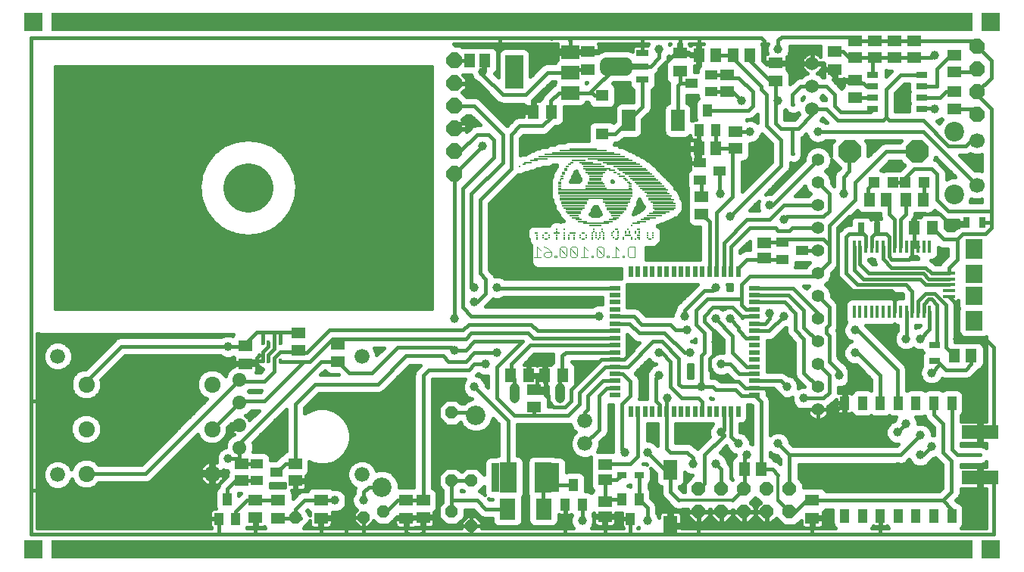
<source format=gbl>
G75*
G70*
%OFA0B0*%
%FSLAX24Y24*%
%IPPOS*%
%LPD*%
%AMOC8*
5,1,8,0,0,1.08239X$1,22.5*
%
%ADD10R,4.0551X0.0787*%
%ADD11R,0.0375X0.1250*%
%ADD12C,0.0040*%
%ADD13R,0.0173X0.0087*%
%ADD14R,0.0087X0.0087*%
%ADD15R,0.0260X0.0087*%
%ADD16R,0.0520X0.0087*%
%ADD17R,0.0346X0.0087*%
%ADD18R,0.1126X0.0087*%
%ADD19R,0.0433X0.0087*%
%ADD20R,0.0693X0.0087*%
%ADD21R,0.0780X0.0087*%
%ADD22R,0.0606X0.0087*%
%ADD23R,0.0866X0.0087*%
%ADD24R,0.1039X0.0087*%
%ADD25R,0.0953X0.0087*%
%ADD26R,0.1213X0.0087*%
%ADD27R,0.1299X0.0087*%
%ADD28R,0.3118X0.0087*%
%ADD29R,0.3205X0.0087*%
%ADD30R,0.3291X0.0087*%
%ADD31R,0.1472X0.0087*%
%ADD32R,0.1559X0.0087*%
%ADD33R,0.1819X0.0087*%
%ADD34R,0.3811X0.0087*%
%ADD35R,0.3378X0.0087*%
%ADD36R,0.2772X0.0087*%
%ADD37R,0.2079X0.0087*%
%ADD38R,0.1600X0.0600*%
%ADD39C,0.0440*%
%ADD40R,0.0512X0.0630*%
%ADD41R,0.0630X0.0512*%
%ADD42OC8,0.0600*%
%ADD43C,0.0660*%
%ADD44R,0.0470X0.0220*%
%ADD45R,0.0220X0.0470*%
%ADD46R,0.0512X0.0591*%
%ADD47R,0.0315X0.0472*%
%ADD48R,0.0137X0.0550*%
%ADD49R,0.0551X0.0157*%
%ADD50R,0.0748X0.0787*%
%ADD51R,0.0748X0.0866*%
%ADD52R,0.0472X0.0472*%
%ADD53C,0.0600*%
%ADD54OC8,0.0660*%
%ADD55R,0.0591X0.0512*%
%ADD56R,0.0472X0.0315*%
%ADD57R,0.0630X0.0906*%
%ADD58OC8,0.0520*%
%ADD59R,0.0394X0.0551*%
%ADD60R,0.0394X0.0315*%
%ADD61R,0.0748X0.1339*%
%ADD62R,0.0709X0.0945*%
%ADD63R,0.0551X0.0394*%
%ADD64R,0.0394X0.0591*%
%ADD65C,0.0860*%
%ADD66C,0.0630*%
%ADD67C,0.0540*%
%ADD68R,0.0138X0.0197*%
%ADD69R,0.0512X0.0276*%
%ADD70OC8,0.0700*%
%ADD71C,0.0560*%
%ADD72C,0.0866*%
%ADD73C,0.0669*%
%ADD74R,0.0551X0.0315*%
%ADD75R,0.0748X0.0315*%
%ADD76C,0.0600*%
%ADD77R,0.0591X0.0945*%
%ADD78R,0.0790X0.0590*%
%ADD79R,0.0790X0.1500*%
%ADD80OC8,0.1000*%
%ADD81R,0.0579X0.0500*%
%ADD82R,0.0787X0.0787*%
%ADD83C,0.0180*%
%ADD84C,0.0396*%
%ADD85C,0.0120*%
%ADD86C,0.0160*%
D10*
X022037Y004415D03*
X022037Y027643D03*
D11*
X021319Y007572D03*
X023944Y007572D03*
D12*
X023917Y017293D02*
X023994Y017293D01*
X023994Y017369D01*
X023917Y017369D01*
X023917Y017293D01*
X023764Y017369D02*
X023687Y017293D01*
X023534Y017293D01*
X023457Y017369D01*
X023457Y017446D01*
X023534Y017523D01*
X023764Y017523D01*
X023764Y017369D01*
X023764Y017523D02*
X023610Y017676D01*
X023457Y017753D01*
X023303Y017600D02*
X023150Y017753D01*
X023150Y017293D01*
X023303Y017293D02*
X022997Y017293D01*
X024147Y017369D02*
X024224Y017293D01*
X024378Y017293D01*
X024454Y017369D01*
X024147Y017676D01*
X024147Y017369D01*
X024147Y017676D02*
X024224Y017753D01*
X024378Y017753D01*
X024454Y017676D01*
X024454Y017369D01*
X024608Y017369D02*
X024608Y017676D01*
X024915Y017369D01*
X024838Y017293D01*
X024685Y017293D01*
X024608Y017369D01*
X024915Y017369D02*
X024915Y017676D01*
X024838Y017753D01*
X024685Y017753D01*
X024608Y017676D01*
X025068Y017293D02*
X025375Y017293D01*
X025222Y017293D02*
X025222Y017753D01*
X025375Y017600D01*
X025529Y017369D02*
X025529Y017293D01*
X025605Y017293D01*
X025605Y017369D01*
X025529Y017369D01*
X025759Y017369D02*
X025836Y017293D01*
X025989Y017293D01*
X026066Y017369D01*
X025759Y017676D01*
X025759Y017369D01*
X026066Y017369D02*
X026066Y017676D01*
X025989Y017753D01*
X025836Y017753D01*
X025759Y017676D01*
X026219Y017369D02*
X026219Y017293D01*
X026296Y017293D01*
X026296Y017369D01*
X026219Y017369D01*
X026449Y017293D02*
X026756Y017293D01*
X026603Y017293D02*
X026603Y017753D01*
X026756Y017600D01*
X026910Y017369D02*
X026910Y017293D01*
X026987Y017293D01*
X026987Y017369D01*
X026910Y017369D01*
X027140Y017369D02*
X027140Y017676D01*
X027217Y017753D01*
X027447Y017753D01*
X027447Y017293D01*
X027217Y017293D01*
X027140Y017369D01*
D13*
X026651Y018081D03*
X026651Y018514D03*
X027603Y018514D03*
X027603Y018254D03*
X027603Y018168D03*
X028123Y018081D03*
X025178Y018081D03*
X025178Y018341D03*
X023532Y018341D03*
X023532Y018081D03*
X023099Y018341D03*
X024139Y020333D03*
X024139Y020420D03*
X024139Y020506D03*
X024139Y020593D03*
X024225Y020766D03*
X024225Y020853D03*
X024312Y020939D03*
X024312Y021026D03*
X024399Y021113D03*
X024399Y021199D03*
X024485Y021286D03*
X024572Y021372D03*
X024658Y021459D03*
X026564Y021026D03*
X026737Y020939D03*
X026997Y020766D03*
X027084Y020680D03*
X027170Y020593D03*
X027257Y020506D03*
X027257Y020420D03*
X027257Y020333D03*
X022580Y021372D03*
D14*
X022363Y021286D03*
X024182Y020680D03*
X027300Y018687D03*
X027127Y018514D03*
X027214Y018428D03*
X027214Y018341D03*
X027040Y018341D03*
X027040Y018428D03*
X026954Y018168D03*
X026954Y018081D03*
X026694Y018168D03*
X026694Y018254D03*
X026694Y018341D03*
X026694Y018428D03*
X026521Y018428D03*
X026434Y018341D03*
X026434Y018254D03*
X026521Y018168D03*
X026088Y018168D03*
X026088Y018254D03*
X026088Y018341D03*
X026001Y018428D03*
X026001Y018514D03*
X025914Y018341D03*
X025914Y018254D03*
X025914Y018168D03*
X025828Y018081D03*
X025741Y018168D03*
X025741Y018254D03*
X025741Y018341D03*
X025654Y018428D03*
X025654Y018514D03*
X025568Y018341D03*
X025568Y018254D03*
X025568Y018168D03*
X025568Y018081D03*
X025308Y018168D03*
X025308Y018254D03*
X025048Y018254D03*
X025048Y018168D03*
X024788Y018168D03*
X024788Y018254D03*
X024788Y018081D03*
X024528Y018081D03*
X024528Y018168D03*
X024528Y018254D03*
X024355Y018254D03*
X024355Y018168D03*
X024355Y018081D03*
X024355Y018341D03*
X024355Y018514D03*
X024009Y018514D03*
X024009Y018428D03*
X024009Y018254D03*
X024009Y018168D03*
X024009Y018081D03*
X023662Y018168D03*
X023662Y018254D03*
X023402Y018254D03*
X023402Y018168D03*
X023143Y018168D03*
X023143Y018254D03*
X023143Y018081D03*
X026088Y018081D03*
X027300Y018081D03*
X027300Y018168D03*
X027473Y018081D03*
X027647Y018081D03*
X027647Y018341D03*
X027647Y018428D03*
X027473Y018428D03*
X027473Y018341D03*
X027993Y018341D03*
X027993Y018254D03*
X027993Y018168D03*
X028253Y018168D03*
X028253Y018254D03*
X028253Y018341D03*
D15*
X027127Y018254D03*
X026607Y019034D03*
X024962Y018947D03*
X024702Y018341D03*
X024009Y018341D03*
X026867Y020853D03*
X026434Y021113D03*
D16*
X025698Y020766D03*
X025698Y020680D03*
X026651Y019207D03*
X025698Y018687D03*
X028123Y019034D03*
D17*
X027517Y018774D03*
X026477Y018947D03*
X024832Y019034D03*
X022753Y021459D03*
X023013Y021546D03*
D18*
X024788Y019727D03*
X024788Y019640D03*
X025741Y018774D03*
X027993Y020593D03*
X027906Y020680D03*
X027820Y020766D03*
X027733Y020853D03*
X028080Y020506D03*
X028166Y020420D03*
X028253Y020333D03*
X028340Y020246D03*
X028513Y019987D03*
X028599Y019813D03*
D19*
X027906Y018947D03*
X027733Y018861D03*
X026607Y019120D03*
X026261Y018861D03*
X025135Y018861D03*
X024788Y019120D03*
D20*
X024745Y019294D03*
X025698Y020593D03*
X025698Y020939D03*
X026651Y019294D03*
X028296Y019120D03*
D21*
X028426Y019207D03*
X028599Y019294D03*
X025741Y020506D03*
X024788Y019380D03*
D22*
X024788Y019207D03*
X025741Y020853D03*
X025308Y021459D03*
X024962Y021546D03*
X023316Y021632D03*
D23*
X025525Y021372D03*
X025698Y021026D03*
X025698Y020420D03*
X026651Y019467D03*
X026651Y019380D03*
X028729Y019380D03*
D24*
X028729Y019467D03*
X028729Y019554D03*
X028729Y019640D03*
X028643Y019727D03*
X028556Y019900D03*
X028469Y020073D03*
X028383Y020160D03*
X026651Y019640D03*
X026651Y019554D03*
X024745Y019554D03*
D25*
X024788Y019467D03*
X025741Y020333D03*
X025741Y021113D03*
X025654Y021286D03*
D26*
X025784Y021199D03*
X025178Y022065D03*
X027517Y021026D03*
X027603Y020939D03*
X026651Y019813D03*
X026651Y019727D03*
D27*
X024788Y019813D03*
X027127Y021286D03*
X027300Y021199D03*
X027387Y021113D03*
D28*
X025698Y019900D03*
D29*
X025741Y019987D03*
D30*
X025698Y020073D03*
X025698Y020160D03*
X025698Y020246D03*
D31*
X026780Y021459D03*
X026954Y021372D03*
D32*
X026564Y021546D03*
D33*
X026261Y021632D03*
D34*
X025091Y021719D03*
D35*
X025135Y021806D03*
D36*
X025178Y021892D03*
D37*
X025178Y021979D03*
D38*
X042632Y009572D03*
X042632Y007572D03*
D39*
X024132Y011102D02*
X024132Y011542D01*
X022132Y011542D02*
X022132Y011102D01*
D40*
X021988Y012072D03*
X022776Y012072D03*
X023488Y012072D03*
X024276Y012072D03*
X039738Y018572D03*
X040526Y018572D03*
X023776Y023697D03*
X022988Y023697D03*
D41*
X025382Y025554D03*
X025382Y026341D03*
X029429Y026273D03*
X029429Y025486D03*
X033632Y025841D03*
X033632Y025054D03*
X036257Y025554D03*
X036257Y026341D03*
X023007Y011466D03*
X023007Y010679D03*
X017382Y006591D03*
X017382Y005804D03*
X013632Y005804D03*
X013632Y006591D03*
X011757Y006591D03*
X011757Y005804D03*
X010309Y012594D03*
X010309Y013381D03*
X035257Y006591D03*
X035257Y005804D03*
D42*
X034257Y006072D03*
X033257Y006072D03*
X032257Y006072D03*
X031257Y006072D03*
X030257Y006072D03*
X030257Y007072D03*
X031257Y007072D03*
X032257Y007072D03*
X033257Y007072D03*
X034257Y007072D03*
D43*
X025257Y009072D03*
X025257Y010072D03*
X015436Y007716D03*
X015436Y012924D03*
X002044Y012924D03*
X002044Y007716D03*
D44*
X026561Y011210D03*
X026561Y011525D03*
X026561Y011840D03*
X026561Y012155D03*
X026561Y012470D03*
X026561Y012785D03*
X026561Y013100D03*
X026561Y013415D03*
X026561Y013730D03*
X026561Y014045D03*
X026561Y014360D03*
X026561Y014675D03*
X026561Y014990D03*
X026561Y015305D03*
X026561Y015620D03*
X026561Y015934D03*
X032703Y015934D03*
X032703Y015620D03*
X032703Y015305D03*
X032703Y014990D03*
X032703Y014675D03*
X032703Y014360D03*
X032703Y014045D03*
X032703Y013730D03*
X032703Y013415D03*
X032703Y013100D03*
X032703Y012785D03*
X032703Y012470D03*
X032703Y012155D03*
X032703Y011840D03*
X032703Y011525D03*
X032703Y011210D03*
D45*
X031994Y010501D03*
X031679Y010501D03*
X031364Y010501D03*
X031049Y010501D03*
X030734Y010501D03*
X030419Y010501D03*
X030104Y010501D03*
X029789Y010501D03*
X029474Y010501D03*
X029159Y010501D03*
X028844Y010501D03*
X028529Y010501D03*
X028215Y010501D03*
X027900Y010501D03*
X027585Y010501D03*
X027270Y010501D03*
X027270Y016643D03*
X027585Y016643D03*
X027900Y016643D03*
X028215Y016643D03*
X028529Y016643D03*
X028844Y016643D03*
X029159Y016643D03*
X029474Y016643D03*
X029789Y016643D03*
X030104Y016643D03*
X030419Y016643D03*
X030734Y016643D03*
X031049Y016643D03*
X031364Y016643D03*
X031679Y016643D03*
X031994Y016643D03*
D46*
X037758Y019822D03*
X038506Y019822D03*
X039383Y019822D03*
X040131Y019822D03*
X031006Y022072D03*
X030258Y022072D03*
X030258Y026197D03*
X031006Y026197D03*
X031758Y026197D03*
X032506Y026197D03*
X020841Y025947D03*
X020172Y025947D03*
X041508Y012947D03*
X042256Y012947D03*
X033006Y007947D03*
X032258Y007947D03*
D47*
X037402Y018572D03*
X038111Y018572D03*
X042027Y018822D03*
X042736Y018822D03*
D48*
X040420Y017762D03*
X040164Y017762D03*
X039908Y017762D03*
X039652Y017762D03*
X039397Y017762D03*
X039141Y017762D03*
X038885Y017762D03*
X038629Y017762D03*
X038373Y017762D03*
X038117Y017762D03*
X037861Y017762D03*
X037605Y017762D03*
X037349Y017762D03*
X037093Y017762D03*
X037093Y014883D03*
X037349Y014883D03*
X037605Y014883D03*
X037861Y014883D03*
X038117Y014883D03*
X038373Y014883D03*
X038629Y014883D03*
X038885Y014883D03*
X039141Y014883D03*
X039397Y014883D03*
X039652Y014883D03*
X039908Y014883D03*
X040164Y014883D03*
X040420Y014883D03*
D49*
X041260Y015560D03*
X041260Y015816D03*
X041260Y016072D03*
X041260Y016328D03*
X041260Y016584D03*
D50*
X042382Y016564D03*
X042382Y015580D03*
D51*
X042382Y014497D03*
X042382Y017647D03*
D52*
X040170Y020572D03*
X039343Y020572D03*
X038795Y020572D03*
X037968Y020572D03*
D53*
X035257Y023822D03*
X035257Y024822D03*
X035257Y025822D03*
D54*
X042507Y025572D03*
X042507Y024572D03*
X042507Y023572D03*
X042507Y026572D03*
D55*
X041507Y026196D03*
X041507Y025448D03*
X041507Y024571D03*
X041507Y023823D03*
X039757Y026073D03*
X039757Y026821D03*
X038882Y026821D03*
X038882Y026073D03*
X038007Y026073D03*
X037132Y026073D03*
X037132Y026821D03*
X038007Y026821D03*
X037132Y025071D03*
X037132Y024323D03*
X031882Y022821D03*
X031882Y022073D03*
X031507Y024573D03*
X031507Y025321D03*
X030382Y019946D03*
X030382Y019198D03*
X033132Y017907D03*
X033132Y017238D03*
X026132Y008157D03*
X026132Y007488D03*
X026132Y006532D03*
X026132Y005863D03*
X018132Y005823D03*
X018132Y006571D03*
X012507Y007448D03*
X012507Y008196D03*
X010132Y008196D03*
X010132Y007448D03*
X010757Y006571D03*
X010757Y005823D03*
X014382Y012698D03*
X014382Y013446D03*
X012632Y013198D03*
X012632Y013946D03*
D56*
X040632Y013427D03*
X040632Y012718D03*
D57*
X029007Y007937D03*
X029007Y005457D03*
D58*
X020257Y005447D03*
X019382Y006072D03*
X019382Y007447D03*
X020257Y007447D03*
X016382Y006072D03*
X015507Y005822D03*
X012507Y005822D03*
X019382Y010447D03*
D59*
X024757Y007255D03*
X025131Y006389D03*
X024383Y006389D03*
X026883Y006630D03*
X027631Y006630D03*
X027257Y005764D03*
X009881Y005764D03*
X009133Y005764D03*
X009507Y006630D03*
X030258Y022889D03*
X031006Y022889D03*
X030632Y023755D03*
D60*
X027651Y007697D03*
X026863Y007697D03*
D61*
X023400Y007572D03*
X021864Y007572D03*
D62*
X021835Y006197D03*
X023429Y006197D03*
D63*
X011690Y007822D03*
X010824Y007448D03*
X010824Y008196D03*
X030324Y020698D03*
X030324Y021446D03*
X031190Y021072D03*
X033949Y017946D03*
X034815Y017572D03*
X033949Y017198D03*
X030815Y024573D03*
X029949Y024947D03*
X030815Y025321D03*
D64*
X036672Y010861D03*
X037460Y010861D03*
X038247Y010861D03*
X039034Y010861D03*
X039822Y010861D03*
X040609Y010861D03*
X041397Y010861D03*
X041397Y005900D03*
X040609Y005900D03*
X039822Y005900D03*
X039034Y005900D03*
X038247Y005900D03*
X037460Y005900D03*
X036672Y005900D03*
D65*
X020452Y010323D03*
X016318Y007170D03*
D66*
X008803Y007725D02*
X008803Y007795D01*
X008873Y007795D01*
X008873Y007725D01*
X008803Y007725D01*
X008804Y009693D02*
X008804Y009763D01*
X008874Y009763D01*
X008874Y009693D01*
X008804Y009693D01*
X008804Y011661D02*
X008804Y011731D01*
X008874Y011731D01*
X008874Y011661D01*
X008804Y011661D01*
X003261Y011663D02*
X003261Y011733D01*
X003331Y011733D01*
X003331Y011663D01*
X003261Y011663D01*
X003259Y009760D02*
X003259Y009690D01*
X003259Y009760D02*
X003329Y009760D01*
X003329Y009690D01*
X003259Y009690D01*
X003264Y007794D02*
X003264Y007724D01*
X003264Y007794D02*
X003334Y007794D01*
X003334Y007724D01*
X003264Y007724D01*
D67*
X010023Y008869D02*
X010083Y008869D01*
X010023Y008869D02*
X010023Y008929D01*
X010083Y008929D01*
X010083Y008869D01*
X010083Y009869D02*
X010023Y009869D01*
X010023Y009929D01*
X010083Y009929D01*
X010083Y009869D01*
X010083Y010869D02*
X010023Y010869D01*
X010023Y010929D01*
X010083Y010929D01*
X010083Y010869D01*
X010083Y011869D02*
X010023Y011869D01*
X010023Y011929D01*
X010083Y011929D01*
X010083Y011869D01*
D68*
X011068Y012711D03*
X011324Y012711D03*
X011580Y012711D03*
X011836Y012711D03*
X011836Y013518D03*
X011580Y013518D03*
X011324Y013518D03*
X011068Y013518D03*
D69*
X037924Y023822D03*
X037924Y024322D03*
X037924Y024822D03*
X037924Y025322D03*
X040090Y025322D03*
X040090Y024822D03*
X040090Y024322D03*
X040090Y023822D03*
D70*
X019507Y023947D03*
X019507Y022947D03*
X019507Y021947D03*
X019507Y020947D03*
X019507Y024947D03*
X019507Y025947D03*
D71*
X035507Y021572D03*
X035507Y020572D03*
X035507Y019572D03*
X035507Y018572D03*
X035507Y017572D03*
X035507Y016572D03*
X035507Y015572D03*
X035507Y014572D03*
X035507Y013572D03*
X035507Y012572D03*
X035507Y011572D03*
X035507Y010572D03*
D72*
X041523Y020069D03*
X041523Y022825D03*
D73*
X042507Y022432D03*
X042507Y020463D03*
D74*
X027787Y025107D03*
X027787Y026287D03*
D75*
X027687Y025697D03*
D76*
X026219Y025597D02*
X026219Y025797D01*
X027055Y025797D01*
X027055Y025597D01*
X026219Y025597D01*
D77*
X027174Y023322D03*
X029340Y023322D03*
D78*
X024622Y024537D03*
X024622Y025437D03*
X024622Y026337D03*
D79*
X022142Y025447D03*
D80*
X036902Y021947D03*
X039862Y021947D03*
D81*
X026007Y022726D03*
X026007Y024419D03*
D82*
X000974Y004415D03*
X000974Y027643D03*
X043100Y027643D03*
X043100Y004415D03*
D83*
X043257Y005072D02*
X043257Y007572D01*
X042632Y007572D01*
X041382Y006947D02*
X041382Y008322D01*
X041007Y008697D01*
X041007Y009947D01*
X040609Y010345D01*
X040609Y010861D01*
X041397Y010861D02*
X041397Y008807D01*
X041632Y008572D01*
X042632Y008572D01*
X042632Y009572D02*
X043257Y009572D01*
X043257Y013322D01*
X042882Y013697D01*
X041757Y013697D01*
X041632Y013697D02*
X041632Y015197D01*
X041382Y015447D01*
X040420Y014883D02*
X040420Y014111D01*
X040007Y013697D01*
X041508Y012947D02*
X041507Y012947D01*
X040882Y012572D02*
X040507Y012197D01*
X039007Y012322D02*
X039007Y010888D01*
X039034Y010861D01*
X038257Y010870D02*
X038247Y010861D01*
X038257Y010870D02*
X038257Y012072D01*
X037257Y013072D01*
X037132Y013072D01*
X036882Y012447D02*
X036882Y011697D01*
X036757Y011572D01*
X036757Y010947D01*
X036670Y010861D01*
X036382Y010572D01*
X035507Y010572D01*
X034507Y010572D01*
X033554Y011525D01*
X032703Y011525D01*
X032304Y011525D01*
X032007Y011822D01*
X031257Y011822D01*
X030757Y012322D01*
X030757Y012822D01*
X031007Y013072D01*
X031007Y013550D01*
X031007Y013947D01*
X030507Y014447D01*
X030507Y014697D01*
X030882Y015072D01*
X031757Y015072D01*
X032154Y014675D01*
X032703Y014675D01*
X032703Y014360D02*
X033169Y014360D01*
X033382Y014572D01*
X033382Y014822D01*
X032703Y014990D02*
X032340Y014990D01*
X032132Y015197D01*
X032132Y015447D01*
X030632Y015447D01*
X030132Y014947D01*
X030132Y014322D01*
X030507Y013947D01*
X030507Y013072D01*
X030382Y012947D01*
X030382Y011572D01*
X030757Y011572D01*
X030882Y011572D01*
X031007Y011447D01*
X031882Y011447D01*
X032132Y011197D01*
X032690Y011197D01*
X032703Y011210D01*
X033006Y010907D01*
X033006Y007947D01*
X033507Y007947D01*
X033757Y007697D01*
X034257Y007072D02*
X034257Y008572D01*
X038882Y008572D01*
X039132Y008572D02*
X040007Y009447D01*
X040507Y008947D02*
X040132Y008572D01*
X040007Y008572D01*
X039007Y009572D02*
X039382Y009947D01*
X036672Y010861D02*
X036632Y010901D01*
X036670Y010861D02*
X036672Y010861D01*
X036007Y011322D02*
X035757Y011072D01*
X034882Y011072D01*
X034132Y011572D02*
X033864Y011840D01*
X032703Y011840D01*
X032703Y012155D02*
X032049Y012155D01*
X031632Y012572D01*
X031257Y012572D01*
X031757Y013072D02*
X031757Y013822D01*
X031007Y014572D01*
X031632Y014572D02*
X032007Y014197D01*
X032007Y014072D01*
X032349Y013730D01*
X032703Y013730D01*
X032703Y014045D02*
X033354Y014045D01*
X034007Y014697D01*
X034507Y014822D02*
X034507Y014072D01*
X034882Y013697D01*
X034882Y012197D01*
X035507Y011572D01*
X036007Y011322D02*
X036007Y012072D01*
X035507Y012572D01*
X036007Y012697D02*
X036007Y013822D01*
X035882Y013947D01*
X035882Y014197D01*
X036007Y014322D01*
X036007Y015072D01*
X035507Y015572D01*
X035507Y014822D02*
X035507Y014572D01*
X035507Y014822D02*
X034395Y015934D01*
X032703Y015934D01*
X032703Y015620D02*
X034210Y015620D01*
X034882Y014947D01*
X034882Y014197D01*
X035507Y013572D01*
X036382Y012947D02*
X036882Y012447D01*
X036444Y012260D02*
X036007Y012697D01*
X036382Y012947D02*
X036382Y016447D01*
X036382Y018572D01*
X036882Y019072D01*
X037882Y019072D01*
X038132Y018822D01*
X038132Y018593D01*
X038111Y018572D01*
X039738Y018572D02*
X039738Y019054D01*
X039882Y019197D01*
X040882Y019197D01*
X041382Y018697D01*
X041632Y018697D01*
X041902Y018697D01*
X042027Y018822D01*
X042007Y018843D01*
X042007Y018947D01*
X042027Y018927D02*
X042027Y018822D01*
X041882Y018322D02*
X042882Y018322D01*
X043132Y018572D01*
X043132Y018822D01*
X043132Y019322D01*
X041257Y019322D01*
X040757Y019822D01*
X040757Y020947D01*
X040507Y021197D01*
X039757Y021197D01*
X039343Y020784D01*
X039343Y020572D01*
X038795Y020572D01*
X037968Y020572D02*
X037718Y020322D01*
X037718Y019862D01*
X037758Y019822D01*
X037132Y019822D02*
X037132Y020572D01*
X038507Y021947D01*
X039862Y021947D01*
X040132Y022822D02*
X035507Y022822D01*
X035257Y023572D02*
X034632Y022947D01*
X034382Y022947D01*
X034382Y021868D01*
X034411Y021840D01*
X033882Y021322D02*
X031632Y019072D01*
X031049Y019240D02*
X031757Y019947D01*
X031757Y021948D01*
X031882Y022073D01*
X031881Y022072D01*
X031006Y022072D01*
X031006Y022889D01*
X031757Y022822D02*
X031882Y022821D01*
X031757Y022822D02*
X032507Y022822D01*
X033257Y023072D02*
X033257Y024447D01*
X033007Y024697D01*
X033007Y024822D01*
X031882Y025947D01*
X031882Y026072D01*
X031757Y026197D01*
X031758Y026197D01*
X031757Y026197D02*
X031006Y026197D01*
X030258Y026197D02*
X030258Y026948D01*
X030132Y026947D01*
X033007Y026947D01*
X033132Y026822D01*
X033132Y025947D01*
X033238Y025841D01*
X033632Y025841D01*
X033632Y025822D01*
X033632Y025841D02*
X034081Y025841D01*
X034411Y026170D01*
X034432Y026192D01*
X034432Y026272D01*
X034411Y026170D02*
X034759Y025822D01*
X035257Y025822D01*
X035632Y025822D01*
X036007Y025447D01*
X036132Y025572D01*
X036257Y025554D01*
X036007Y025447D02*
X036382Y025072D01*
X037007Y025072D01*
X037132Y025071D01*
X037006Y025072D01*
X037007Y025072D02*
X036882Y024947D01*
X037008Y025072D02*
X037132Y025071D01*
X037008Y025072D02*
X037257Y025072D01*
X037382Y024947D01*
X037507Y024947D01*
X037632Y024822D01*
X037924Y024822D01*
X037923Y024323D02*
X037132Y024323D01*
X037923Y024323D02*
X037924Y024322D01*
X037924Y023822D02*
X037799Y023697D01*
X036507Y023697D01*
X036257Y023947D01*
X036257Y024447D01*
X035882Y024822D01*
X035257Y024822D01*
X034757Y024822D01*
X034382Y024447D01*
X034382Y024072D01*
X034382Y024034D02*
X034411Y024005D01*
X033757Y024197D02*
X033632Y024197D01*
X033632Y025054D01*
X033613Y025072D01*
X033382Y025072D01*
X032507Y025947D01*
X032507Y026196D01*
X032506Y026197D01*
X032007Y025197D02*
X031757Y025197D01*
X031632Y025322D01*
X031508Y025322D01*
X031507Y025321D01*
X031008Y025321D01*
X030882Y025322D01*
X030881Y025321D01*
X030815Y025321D01*
X029949Y024947D02*
X029429Y024947D01*
X029340Y024858D01*
X029340Y023322D01*
X028507Y022822D02*
X028507Y025572D01*
X029132Y026197D01*
X029257Y026197D01*
X029382Y026322D01*
X029429Y026275D01*
X029429Y026273D01*
X029429Y026900D01*
X029382Y026947D01*
X030132Y026947D01*
X029382Y026947D02*
X027757Y026947D01*
X027787Y026917D01*
X027787Y026287D01*
X028132Y025697D02*
X028507Y026072D01*
X028507Y026447D01*
X027757Y026947D02*
X024507Y026947D01*
X024622Y026832D01*
X024622Y026337D01*
X025378Y026337D01*
X025382Y026341D01*
X024507Y026947D02*
X023757Y026947D01*
X023776Y026929D01*
X023757Y026947D02*
X021507Y026947D01*
X021507Y026572D01*
X021507Y026947D02*
X000882Y026947D01*
X000882Y010947D01*
X003757Y010947D01*
X005403Y012594D01*
X010309Y012594D01*
X010426Y012711D01*
X011068Y012711D01*
X011071Y012714D01*
X011071Y013114D01*
X011324Y013367D01*
X011324Y013518D01*
X011579Y013517D02*
X011580Y013518D01*
X011580Y014002D01*
X011579Y014003D01*
X011071Y014003D01*
X011068Y014000D01*
X011068Y013518D01*
X011579Y013517D02*
X011579Y013241D01*
X011324Y012986D01*
X011324Y012711D01*
X011580Y012711D02*
X011580Y012270D01*
X011132Y011822D01*
X010130Y011822D01*
X010053Y011899D01*
X005913Y007759D01*
X003299Y007759D01*
X000953Y007018D02*
X000882Y006947D01*
X000882Y010947D01*
X003296Y011698D02*
X003275Y011795D01*
X004848Y013368D01*
X009547Y013368D01*
X009547Y013350D01*
X009547Y013368D02*
X010296Y013368D01*
X010309Y013381D01*
X010309Y013495D01*
X010817Y014003D01*
X011071Y014003D01*
X011579Y014003D02*
X011833Y014003D01*
X011836Y014000D01*
X012578Y014000D01*
X012632Y013946D01*
X011836Y014000D02*
X011836Y013518D01*
X011833Y013114D02*
X012548Y013114D01*
X012632Y013198D01*
X012757Y013073D01*
X013008Y013073D01*
X014007Y014072D01*
X019882Y014072D01*
X020132Y014322D01*
X022882Y014322D01*
X023159Y014045D01*
X026561Y014045D01*
X026561Y014360D02*
X027219Y014360D01*
X027632Y013947D01*
X028757Y013947D01*
X029632Y013072D01*
X029882Y013072D01*
X029382Y012822D02*
X028632Y013572D01*
X028257Y013572D01*
X027154Y012470D01*
X026561Y012470D01*
X026154Y012470D01*
X025007Y011322D01*
X025007Y010822D01*
X024507Y010322D01*
X023007Y010322D01*
X023007Y010679D01*
X023007Y010322D02*
X022132Y010322D01*
X021382Y011072D01*
X021382Y012447D01*
X022507Y013572D01*
X020382Y013572D01*
X020007Y013197D01*
X019507Y013197D01*
X019382Y013322D01*
X017007Y013322D01*
X015882Y012197D01*
X014883Y012197D01*
X014382Y012698D01*
X013633Y012698D01*
X010132Y009197D01*
X010132Y008978D01*
X010053Y008899D01*
X010053Y008447D01*
X010019Y008413D01*
X009547Y008413D01*
X010053Y008447D02*
X010053Y008275D01*
X010132Y008196D01*
X010824Y008196D01*
X011690Y007822D02*
X012064Y008196D01*
X012507Y008196D01*
X012507Y010822D01*
X013382Y011697D01*
X016132Y011697D01*
X017382Y012947D01*
X019007Y012947D01*
X019257Y012697D01*
X020007Y012697D01*
X020382Y013072D01*
X021382Y013072D01*
X020882Y012572D02*
X020382Y012572D01*
X020132Y012322D01*
X018382Y012322D01*
X018132Y012072D01*
X018132Y006571D01*
X018112Y006591D01*
X017382Y006591D01*
X017363Y006572D01*
X017007Y006572D01*
X016507Y006072D01*
X016382Y006072D01*
X015507Y005822D02*
X015507Y005072D01*
X017507Y005072D01*
X017382Y005197D01*
X017382Y005804D01*
X018132Y005823D02*
X018132Y005197D01*
X018007Y005072D01*
X020257Y005072D01*
X020257Y005447D01*
X020257Y005072D02*
X024382Y005072D01*
X024383Y005073D01*
X024383Y006389D01*
X025131Y006389D02*
X025131Y005698D01*
X025132Y005697D01*
X026132Y005863D02*
X026132Y005072D01*
X027257Y005072D01*
X027257Y005764D01*
X028007Y005697D02*
X028007Y006254D01*
X027631Y006630D01*
X027631Y006573D01*
X027632Y006572D01*
X027631Y006630D02*
X027651Y006650D01*
X027651Y007697D01*
X026863Y007697D02*
X026653Y007488D01*
X026132Y007488D01*
X026132Y006532D01*
X026230Y006630D01*
X026883Y006630D01*
X029007Y006947D02*
X029382Y006572D01*
X029007Y006947D02*
X029007Y007937D01*
X029007Y007947D01*
X028757Y007947D01*
X028007Y008697D01*
X027585Y008525D02*
X027257Y008197D01*
X026172Y008197D01*
X026132Y008157D01*
X026132Y008197D01*
X026132Y008157D02*
X026132Y008072D01*
X026257Y008197D01*
X026882Y008822D02*
X027007Y008697D01*
X026882Y008822D02*
X026882Y010822D01*
X027257Y011197D01*
X027257Y011822D01*
X026924Y012155D01*
X026561Y012155D01*
X026561Y011840D02*
X026025Y011840D01*
X025382Y011197D01*
X025382Y010572D01*
X025257Y010447D01*
X025257Y010072D01*
X025882Y009697D02*
X025257Y009072D01*
X025882Y009697D02*
X025882Y011197D01*
X026210Y011525D01*
X026561Y011525D01*
X027585Y010501D02*
X027585Y008525D01*
X028844Y008860D02*
X029007Y008697D01*
X029757Y008697D01*
X030007Y008447D01*
X030007Y008197D01*
X030507Y008572D02*
X031364Y009430D01*
X031364Y009447D01*
X031239Y009572D01*
X031257Y009572D01*
X031364Y009680D01*
X031364Y010501D01*
X031679Y010501D02*
X031679Y009400D01*
X032007Y009072D01*
X032382Y008572D02*
X032258Y008448D01*
X032258Y007947D01*
X032258Y007073D01*
X032257Y007072D01*
X031757Y006572D01*
X032257Y006072D02*
X031257Y006072D01*
X030257Y006072D01*
X030257Y005072D01*
X035257Y005072D01*
X035257Y005804D01*
X034507Y006072D02*
X035007Y006572D01*
X035238Y006572D01*
X035257Y006591D01*
X035276Y006572D01*
X041007Y006572D01*
X041382Y006947D01*
X041007Y006572D02*
X041382Y006197D01*
X041382Y005915D01*
X041397Y005900D01*
X043257Y005072D02*
X038257Y005072D01*
X038247Y005082D01*
X038247Y005900D01*
X038257Y005072D02*
X035257Y005072D01*
X034507Y006072D02*
X034257Y006072D01*
X033757Y006572D01*
X033257Y006072D02*
X032257Y006072D01*
X031257Y007072D02*
X031257Y007947D01*
X031007Y008197D01*
X030507Y008572D02*
X030507Y007322D01*
X030257Y007072D01*
X029007Y007937D02*
X028997Y007947D01*
X028844Y008860D02*
X028844Y010501D01*
X028844Y011035D01*
X028882Y011072D01*
X028529Y010800D02*
X028382Y010947D01*
X028382Y011947D01*
X028507Y012072D01*
X029007Y011572D02*
X029507Y011072D01*
X030257Y011072D01*
X030419Y010910D01*
X030419Y010501D01*
X030382Y011572D02*
X029507Y011572D01*
X029382Y011697D01*
X029382Y012822D01*
X029007Y012697D02*
X029007Y011572D01*
X028529Y010800D02*
X028529Y010501D01*
X029007Y012697D02*
X028632Y013072D01*
X028507Y013072D01*
X027382Y013197D02*
X027382Y013527D01*
X027234Y013550D01*
X027382Y013197D02*
X026969Y012785D01*
X026561Y012785D01*
X025969Y012785D01*
X024632Y011447D01*
X024632Y010947D01*
X024382Y010697D01*
X023882Y010697D01*
X023632Y010947D01*
X023632Y011197D01*
X023507Y011322D01*
X023151Y011322D01*
X023007Y011466D01*
X023132Y011591D01*
X023132Y012072D01*
X022776Y012072D01*
X023132Y012072D02*
X023488Y012072D01*
X024132Y011929D02*
X024276Y012072D01*
X024257Y012091D01*
X024257Y012947D01*
X024409Y013100D01*
X026561Y013100D01*
X026561Y013415D02*
X022849Y013415D01*
X022007Y012572D01*
X022007Y012072D01*
X021988Y012072D01*
X022007Y012091D01*
X021988Y012072D02*
X022132Y011929D01*
X022132Y011322D01*
X021864Y010090D02*
X020382Y011572D01*
X020328Y010447D02*
X019382Y010447D01*
X020328Y010447D02*
X020452Y010323D01*
X021864Y010090D02*
X021864Y007572D01*
X020257Y007447D02*
X019382Y007447D01*
X019382Y006572D01*
X020507Y006572D01*
X020882Y006197D01*
X021835Y006197D01*
X023400Y006227D02*
X023429Y006197D01*
X023400Y006227D02*
X023400Y007572D01*
X023716Y007255D01*
X024757Y007255D01*
X024382Y005072D02*
X026132Y005072D01*
X027257Y005072D02*
X029007Y005072D01*
X029007Y005457D01*
X029007Y005072D02*
X030257Y005072D01*
X033757Y009072D02*
X034257Y008572D01*
X036444Y012072D02*
X036444Y012260D01*
X037132Y014072D02*
X037257Y014072D01*
X039007Y012322D01*
X034507Y014822D02*
X034025Y015305D01*
X032703Y015305D01*
X032132Y015447D02*
X032132Y016072D01*
X032507Y016447D01*
X035382Y016447D01*
X035507Y016572D01*
X036007Y017072D01*
X036007Y017822D01*
X036007Y018697D01*
X037132Y019822D01*
X036632Y020072D02*
X036632Y020822D01*
X036882Y021072D01*
X036882Y021927D01*
X036902Y021947D01*
X035507Y021572D02*
X033507Y019572D01*
X033382Y019572D01*
X033382Y018947D02*
X032382Y018947D01*
X031364Y017930D01*
X031364Y016643D01*
X031049Y016643D02*
X031049Y019240D01*
X030734Y018845D02*
X030382Y019197D01*
X030382Y019198D01*
X030734Y018845D02*
X030734Y016643D01*
X031007Y015947D02*
X030882Y015822D01*
X030507Y015822D01*
X029632Y014947D01*
X029632Y014697D01*
X029007Y014322D02*
X029257Y014072D01*
X029757Y014072D01*
X029007Y014322D02*
X027757Y014322D01*
X027404Y014675D01*
X026561Y014675D01*
X025882Y014697D02*
X020257Y014697D01*
X019882Y015072D01*
X019882Y020322D01*
X021257Y021697D01*
X021257Y022447D01*
X021007Y022697D01*
X020507Y022697D01*
X019757Y021947D01*
X019507Y021947D01*
X019507Y020947D02*
X020757Y022197D01*
X021632Y022697D02*
X021632Y021447D01*
X020257Y020072D01*
X020257Y015947D01*
X020382Y015947D01*
X020882Y015697D02*
X020507Y015322D01*
X020382Y015322D01*
X020882Y015697D02*
X020882Y016322D01*
X020632Y016572D01*
X020632Y019822D01*
X022007Y021197D01*
X022007Y022697D01*
X022382Y023072D01*
X023382Y023072D01*
X023776Y023466D01*
X023776Y023697D01*
X023757Y023716D01*
X023757Y024197D01*
X024097Y024537D01*
X024622Y024537D01*
X025472Y024537D01*
X025507Y024572D01*
X025660Y024419D01*
X026007Y024419D01*
X025507Y024572D02*
X026632Y025697D01*
X027687Y025697D01*
X028132Y025697D01*
X027787Y025107D02*
X027787Y023935D01*
X027174Y023322D01*
X026578Y022726D01*
X026007Y022726D01*
X028507Y022822D02*
X028882Y022447D01*
X030257Y022447D01*
X030257Y022572D01*
X030258Y022573D01*
X030258Y022889D01*
X030258Y022072D01*
X030132Y021946D01*
X030132Y021638D01*
X030324Y021446D01*
X030324Y020698D02*
X030382Y020640D01*
X030382Y019946D01*
X031190Y020081D02*
X031199Y020072D01*
X031190Y020081D02*
X031190Y021072D01*
X033882Y021322D02*
X033882Y022447D01*
X033257Y023072D01*
X033632Y023197D02*
X033632Y024197D01*
X033632Y023197D02*
X033882Y022947D01*
X034382Y022947D01*
X035257Y023572D02*
X035257Y023822D01*
X035882Y023822D01*
X036382Y023322D01*
X038382Y023322D01*
X038507Y023447D01*
X038632Y023322D01*
X040132Y023322D01*
X041257Y022197D01*
X042007Y022197D01*
X042241Y022432D01*
X042507Y022432D01*
X042507Y023572D02*
X042258Y023822D01*
X041507Y023823D01*
X041507Y024571D02*
X041133Y024571D01*
X041132Y024572D01*
X040882Y024322D01*
X040090Y024322D01*
X040090Y024822D02*
X040757Y024822D01*
X040757Y025572D01*
X041257Y026072D01*
X041506Y026072D01*
X041507Y026196D01*
X041507Y025448D02*
X042383Y025448D01*
X042507Y025572D01*
X043132Y025197D02*
X042507Y024572D01*
X042507Y024447D01*
X043132Y023822D01*
X043132Y019322D01*
X043132Y018822D02*
X042736Y018822D01*
X041882Y018322D02*
X041632Y018072D01*
X041026Y018072D01*
X040526Y018572D01*
X039757Y018554D02*
X039757Y017866D01*
X039652Y017762D01*
X039757Y018554D02*
X039738Y018572D01*
X040131Y019822D02*
X040170Y019862D01*
X040170Y020572D01*
X040132Y022822D02*
X042491Y020463D01*
X042507Y020463D01*
X041632Y018072D02*
X041632Y017197D01*
X041260Y016825D01*
X041260Y016584D01*
X036007Y017822D02*
X035757Y018072D01*
X034075Y018072D01*
X033949Y017946D01*
X033132Y017946D01*
X033132Y017907D01*
X033132Y017238D02*
X033091Y017197D01*
X032382Y017197D01*
X031994Y016809D01*
X031994Y016643D01*
X031679Y016643D02*
X031679Y017745D01*
X032507Y018572D01*
X033632Y018572D01*
X033757Y018447D01*
X034257Y018447D01*
X034382Y018572D01*
X035507Y018572D01*
X035757Y019072D02*
X036007Y019322D01*
X036007Y020072D01*
X035507Y020572D01*
X035507Y019572D02*
X034007Y019572D01*
X033382Y018947D01*
X034007Y018947D02*
X034132Y019072D01*
X035757Y019072D01*
X035507Y017572D02*
X034815Y017572D01*
X033949Y017198D02*
X033132Y017198D01*
X033132Y017238D01*
X031757Y013072D02*
X032359Y012470D01*
X032703Y012470D01*
X026561Y013730D02*
X022974Y013730D01*
X022757Y013947D01*
X020257Y013947D01*
X020007Y013697D01*
X014507Y013697D01*
X014382Y013572D01*
X014382Y013446D01*
X014507Y013697D02*
X014132Y013697D01*
X013132Y012697D01*
X012882Y012697D01*
X011849Y012697D01*
X011836Y012711D01*
X011580Y012711D02*
X011580Y012861D01*
X011833Y013114D01*
X012632Y013198D02*
X012716Y013114D01*
X012882Y012697D02*
X011132Y010947D01*
X010101Y010947D01*
X010053Y010899D01*
X008881Y009728D01*
X008839Y009728D01*
X008882Y008822D02*
X008882Y007776D01*
X008838Y007760D01*
X008886Y007780D01*
X008912Y007780D01*
X008886Y007780D02*
X006626Y007780D01*
X005864Y007018D01*
X000953Y007018D01*
X000882Y006947D02*
X000882Y005072D01*
X009382Y005072D01*
X009133Y005073D01*
X009133Y005764D01*
X009881Y005764D02*
X009881Y006071D01*
X010381Y006571D01*
X010757Y006571D01*
X011027Y006591D01*
X011757Y006591D01*
X011006Y006572D02*
X010757Y006571D01*
X010757Y005823D02*
X010757Y005072D01*
X013632Y005072D01*
X013632Y005804D01*
X012738Y005804D02*
X012507Y005822D01*
X012507Y006197D01*
X012901Y006591D01*
X013632Y006591D01*
X014238Y006591D01*
X014257Y006572D01*
X014757Y007072D02*
X014757Y005072D01*
X015507Y005072D01*
X014757Y005072D02*
X013632Y005072D01*
X012738Y005804D02*
X011757Y005804D01*
X010757Y005072D02*
X009382Y005072D01*
X009507Y006630D02*
X009507Y007072D01*
X009883Y007448D01*
X010132Y007448D01*
X010824Y007448D01*
X012507Y007448D02*
X014381Y007448D01*
X014757Y007072D01*
X015507Y006947D02*
X015507Y006572D01*
X015507Y006947D02*
X015729Y007170D01*
X016318Y007170D01*
X019382Y006572D02*
X019382Y006072D01*
X018007Y005072D02*
X017507Y005072D01*
X010053Y009899D02*
X009959Y009899D01*
X008882Y008822D01*
X008912Y007806D02*
X008838Y007760D01*
X008891Y007759D01*
X019507Y014572D02*
X019507Y020947D01*
X021632Y022697D02*
X020382Y023947D01*
X019507Y023947D01*
X019757Y023197D02*
X020132Y023197D01*
X019757Y023197D02*
X019507Y022947D01*
X021507Y023947D02*
X022632Y023947D01*
X022882Y023697D01*
X022988Y023697D01*
X022632Y024447D02*
X021632Y024447D01*
X020757Y025322D01*
X020757Y025447D01*
X020841Y025532D01*
X020841Y025947D01*
X020257Y025947D02*
X020172Y025947D01*
X020132Y025947D01*
X019507Y025947D01*
X019507Y024947D02*
X020132Y024947D01*
X020507Y024947D01*
X021507Y023947D01*
X022632Y024447D02*
X023622Y025437D01*
X024622Y025437D01*
X024738Y025554D01*
X025382Y025554D01*
X029429Y025486D02*
X029429Y024947D01*
X030815Y024573D02*
X031507Y024573D01*
X031756Y024573D01*
X032132Y024197D01*
X032440Y023755D02*
X032632Y023947D01*
X032632Y024572D01*
X032007Y025197D01*
X033757Y026447D02*
X033757Y026843D01*
X033912Y026998D01*
X036950Y026998D01*
X037132Y026816D01*
X037136Y026812D01*
X037132Y026816D02*
X037132Y026821D01*
X038007Y026821D01*
X038882Y026821D01*
X039757Y026821D01*
X042258Y026821D01*
X042507Y026572D01*
X043132Y025947D01*
X043132Y025197D01*
X042507Y026572D02*
X042383Y026696D01*
X040632Y026197D02*
X040506Y026073D01*
X039757Y026073D01*
X038882Y026073D01*
X038258Y026073D01*
X038257Y026072D01*
X038007Y026073D01*
X037924Y025991D01*
X037924Y025322D01*
X038507Y024697D02*
X038507Y023447D01*
X040090Y023822D02*
X040090Y023865D01*
X040590Y023865D01*
X040632Y023822D01*
X039132Y025322D02*
X038507Y024697D01*
X039132Y025322D02*
X040090Y025322D01*
X038007Y026073D02*
X037132Y026073D01*
X037131Y026072D01*
X036882Y026072D01*
X036613Y026341D01*
X036257Y026341D01*
X032440Y023755D02*
X030632Y023755D01*
X026561Y015934D02*
X021395Y015934D01*
X021382Y015947D01*
X024132Y011929D02*
X024132Y011322D01*
D84*
X021382Y013072D03*
X020882Y012572D03*
X019507Y013197D03*
X019507Y014572D03*
X020382Y015322D03*
X020382Y015947D03*
X021382Y015947D03*
X025882Y014697D03*
X027234Y013550D03*
X028507Y013072D03*
X029882Y013072D03*
X029757Y014072D03*
X029632Y014697D03*
X031007Y014572D03*
X031632Y014572D03*
X031007Y013550D03*
X031257Y012572D03*
X030382Y011572D03*
X028882Y011072D03*
X028507Y012072D03*
X031239Y009572D03*
X032007Y009072D03*
X032382Y008572D03*
X031007Y008197D03*
X030007Y008197D03*
X028007Y008697D03*
X027007Y008697D03*
X028007Y005697D03*
X025132Y005697D03*
X033757Y009072D03*
X034882Y011072D03*
X034132Y011572D03*
X036444Y012072D03*
X037132Y013072D03*
X037132Y014072D03*
X039382Y013697D03*
X040007Y013697D03*
X041632Y013697D03*
X040507Y012197D03*
X039382Y009947D03*
X039007Y009572D03*
X040007Y009447D03*
X040507Y008947D03*
X040007Y008572D03*
X034007Y014697D03*
X033382Y014822D03*
X031007Y015947D03*
X031632Y019072D03*
X031199Y020072D03*
X033382Y019572D03*
X034007Y018947D03*
X036632Y020072D03*
X035507Y022822D03*
X033757Y024197D03*
X032132Y024197D03*
X032507Y022822D03*
X033757Y026447D03*
X028507Y026447D03*
X021507Y026572D03*
X020757Y025447D03*
X020132Y024947D03*
X021507Y023947D03*
X020132Y023197D03*
X020757Y022197D03*
X009547Y013350D03*
X009547Y008413D03*
X014257Y006572D03*
X015507Y006572D03*
X020382Y011572D03*
X040632Y023822D03*
X040632Y026197D03*
X041632Y018697D03*
D85*
X033757Y007697D02*
X033757Y006572D01*
X031757Y006572D02*
X029382Y006572D01*
D86*
X029073Y006301D02*
X028417Y006301D01*
X028417Y006336D02*
X028354Y006487D01*
X028148Y006693D01*
X028148Y006970D01*
X028099Y007087D01*
X028061Y007126D01*
X028061Y007300D01*
X028119Y007359D01*
X028167Y007476D01*
X028167Y007918D01*
X028140Y007984D01*
X028372Y007752D01*
X028372Y007421D01*
X028421Y007303D01*
X028511Y007213D01*
X028597Y007178D01*
X028597Y006866D01*
X028659Y006715D01*
X029150Y006225D01*
X029300Y006162D01*
X029463Y006162D01*
X029536Y006192D01*
X029777Y006192D01*
X029777Y006092D01*
X030237Y006092D01*
X030237Y006052D01*
X030277Y006052D01*
X030277Y006092D01*
X030737Y006092D01*
X030737Y006192D01*
X030777Y006192D01*
X030777Y006092D01*
X031237Y006092D01*
X031237Y006052D01*
X031277Y006052D01*
X031277Y006092D01*
X031737Y006092D01*
X031737Y006162D01*
X031777Y006162D01*
X031777Y006092D01*
X032237Y006092D01*
X032237Y006052D01*
X032277Y006052D01*
X032277Y006092D01*
X032737Y006092D01*
X032737Y006271D01*
X032535Y006473D01*
X032757Y006695D01*
X032979Y006473D01*
X032777Y006271D01*
X032777Y006092D01*
X033237Y006092D01*
X033237Y006052D01*
X033277Y006052D01*
X033277Y005592D01*
X033456Y005592D01*
X033658Y005794D01*
X034000Y005452D01*
X034514Y005452D01*
X034762Y005700D01*
X034762Y005524D01*
X034774Y005478D01*
X034798Y005437D01*
X034831Y005404D01*
X034872Y005380D01*
X034918Y005368D01*
X035209Y005368D01*
X035209Y005756D01*
X035305Y005756D01*
X035305Y005852D01*
X035752Y005852D01*
X035752Y006063D01*
X035753Y006064D01*
X035843Y006154D01*
X035847Y006162D01*
X036155Y006162D01*
X036155Y005541D01*
X036204Y005423D01*
X036261Y005367D01*
X029502Y005367D01*
X029502Y005380D01*
X029084Y005380D01*
X029084Y005535D01*
X028929Y005535D01*
X028929Y006090D01*
X028668Y006090D01*
X028622Y006078D01*
X028581Y006054D01*
X028548Y006020D01*
X028524Y005979D01*
X028512Y005934D01*
X028512Y005832D01*
X028446Y005991D01*
X028417Y006020D01*
X028417Y006336D01*
X028366Y006460D02*
X028914Y006460D01*
X028756Y006618D02*
X028223Y006618D01*
X028148Y006777D02*
X028634Y006777D01*
X028597Y006935D02*
X028148Y006935D01*
X028092Y007094D02*
X028597Y007094D01*
X028472Y007252D02*
X028061Y007252D01*
X028140Y007411D02*
X028376Y007411D01*
X028372Y007569D02*
X028167Y007569D01*
X028167Y007728D02*
X028372Y007728D01*
X028238Y007886D02*
X028167Y007886D01*
X027977Y008148D02*
X027911Y008175D01*
X027814Y008175D01*
X027844Y008204D01*
X027904Y008179D01*
X027945Y008179D01*
X027977Y008148D01*
X027846Y008203D02*
X027843Y008203D01*
X028434Y009002D02*
X028300Y009136D01*
X028110Y009215D01*
X027995Y009215D01*
X027995Y009946D01*
X028073Y009946D01*
X028434Y009946D01*
X028434Y009002D01*
X028434Y009154D02*
X028257Y009154D01*
X028434Y009313D02*
X027995Y009313D01*
X027995Y009471D02*
X028434Y009471D01*
X028434Y009630D02*
X027995Y009630D01*
X027995Y009788D02*
X028434Y009788D01*
X029254Y009788D02*
X030768Y009788D01*
X030800Y009866D02*
X030721Y009675D01*
X030721Y009469D01*
X030751Y009396D01*
X030194Y008840D01*
X029989Y009045D01*
X029838Y009107D01*
X029254Y009107D01*
X029254Y009946D01*
X030881Y009946D01*
X030800Y009866D01*
X030721Y009630D02*
X029254Y009630D01*
X029254Y009471D02*
X030721Y009471D01*
X030668Y009313D02*
X029254Y009313D01*
X029254Y009154D02*
X030509Y009154D01*
X030351Y008996D02*
X030038Y008996D01*
X031195Y008680D02*
X031489Y008974D01*
X031489Y008969D01*
X031568Y008779D01*
X031713Y008633D01*
X031864Y008571D01*
X031864Y008568D01*
X031848Y008530D01*
X031848Y008525D01*
X031821Y008514D01*
X031731Y008424D01*
X031682Y008306D01*
X031682Y007588D01*
X031727Y007478D01*
X031667Y007539D01*
X031667Y008029D01*
X031604Y008180D01*
X031525Y008259D01*
X031525Y008300D01*
X031446Y008491D01*
X031300Y008636D01*
X031195Y008680D01*
X031198Y008679D02*
X031668Y008679D01*
X031543Y008837D02*
X031352Y008837D01*
X031417Y008520D02*
X031836Y008520D01*
X031705Y008362D02*
X031499Y008362D01*
X031581Y008203D02*
X031682Y008203D01*
X031682Y008045D02*
X031660Y008045D01*
X031667Y007886D02*
X031682Y007886D01*
X031667Y007728D02*
X031682Y007728D01*
X031667Y007569D02*
X031690Y007569D01*
X032680Y006618D02*
X032834Y006618D01*
X032966Y006460D02*
X032548Y006460D01*
X032707Y006301D02*
X032807Y006301D01*
X032777Y006143D02*
X032737Y006143D01*
X032737Y006052D02*
X032277Y006052D01*
X032277Y005592D01*
X032456Y005592D01*
X032737Y005873D01*
X032737Y006052D01*
X032777Y006052D02*
X032777Y005873D01*
X033058Y005592D01*
X033237Y005592D01*
X033237Y006052D01*
X032777Y006052D01*
X032777Y005984D02*
X032737Y005984D01*
X032689Y005826D02*
X032824Y005826D01*
X032983Y005667D02*
X032531Y005667D01*
X032277Y005667D02*
X032237Y005667D01*
X032237Y005592D02*
X032058Y005592D01*
X031777Y005873D01*
X031777Y006052D01*
X032237Y006052D01*
X032237Y005592D01*
X032237Y005826D02*
X032277Y005826D01*
X032277Y005984D02*
X032237Y005984D01*
X031983Y005667D02*
X031531Y005667D01*
X031456Y005592D02*
X031737Y005873D01*
X031737Y006052D01*
X031277Y006052D01*
X031277Y005592D01*
X031456Y005592D01*
X031277Y005667D02*
X031237Y005667D01*
X031237Y005592D02*
X031237Y006052D01*
X030777Y006052D01*
X030777Y005873D01*
X031058Y005592D01*
X031237Y005592D01*
X031237Y005826D02*
X031277Y005826D01*
X031277Y005984D02*
X031237Y005984D01*
X030983Y005667D02*
X030531Y005667D01*
X030456Y005592D02*
X030737Y005873D01*
X030737Y006052D01*
X030277Y006052D01*
X030277Y005592D01*
X030456Y005592D01*
X030277Y005667D02*
X030237Y005667D01*
X030237Y005592D02*
X030237Y006052D01*
X029777Y006052D01*
X029777Y005873D01*
X030058Y005592D01*
X030237Y005592D01*
X030237Y005826D02*
X030277Y005826D01*
X030277Y005984D02*
X030237Y005984D01*
X029983Y005667D02*
X029502Y005667D01*
X029502Y005535D02*
X029502Y005934D01*
X029490Y005979D01*
X029466Y006020D01*
X029432Y006054D01*
X029391Y006078D01*
X029345Y006090D01*
X029084Y006090D01*
X029084Y005535D01*
X029502Y005535D01*
X029502Y005826D02*
X029824Y005826D01*
X029777Y005984D02*
X029487Y005984D01*
X029777Y006143D02*
X028417Y006143D01*
X028449Y005984D02*
X028527Y005984D01*
X028929Y005984D02*
X029084Y005984D01*
X029084Y005826D02*
X028929Y005826D01*
X028929Y005667D02*
X029084Y005667D01*
X029084Y005509D02*
X033943Y005509D01*
X033785Y005667D02*
X033531Y005667D01*
X033277Y005667D02*
X033237Y005667D01*
X033237Y005826D02*
X033277Y005826D01*
X033277Y005984D02*
X033237Y005984D01*
X034570Y005509D02*
X034766Y005509D01*
X034762Y005667D02*
X034729Y005667D01*
X035209Y005667D02*
X035305Y005667D01*
X035305Y005756D02*
X035305Y005368D01*
X035595Y005368D01*
X035641Y005380D01*
X035682Y005404D01*
X035716Y005437D01*
X035740Y005478D01*
X035752Y005524D01*
X035752Y005756D01*
X035305Y005756D01*
X035305Y005826D02*
X036155Y005826D01*
X036155Y005984D02*
X035752Y005984D01*
X035832Y006143D02*
X036155Y006143D01*
X036155Y005667D02*
X035752Y005667D01*
X035748Y005509D02*
X036169Y005509D01*
X035305Y005509D02*
X035209Y005509D01*
X035862Y006982D02*
X035843Y007028D01*
X035753Y007118D01*
X035635Y007167D01*
X034878Y007167D01*
X034877Y007166D01*
X034877Y007329D01*
X034667Y007539D01*
X034667Y008162D01*
X038963Y008162D01*
X038988Y008172D01*
X039026Y008172D01*
X039050Y008162D01*
X039213Y008162D01*
X039364Y008225D01*
X039524Y008384D01*
X039568Y008279D01*
X039713Y008133D01*
X039904Y008054D01*
X040110Y008054D01*
X040300Y008133D01*
X040446Y008279D01*
X040466Y008326D01*
X040569Y008429D01*
X040610Y008429D01*
X040670Y008454D01*
X040972Y008152D01*
X040972Y007117D01*
X040837Y006982D01*
X035862Y006982D01*
X035777Y007094D02*
X040949Y007094D01*
X040972Y007252D02*
X034877Y007252D01*
X034795Y007411D02*
X040972Y007411D01*
X040972Y007569D02*
X034667Y007569D01*
X034667Y007728D02*
X040972Y007728D01*
X040972Y007886D02*
X034667Y007886D01*
X034667Y008045D02*
X040972Y008045D01*
X040921Y008203D02*
X040371Y008203D01*
X040501Y008362D02*
X040762Y008362D01*
X041792Y008162D02*
X042713Y008162D01*
X042864Y008225D01*
X042912Y008273D01*
X042912Y008052D01*
X042702Y008052D01*
X042702Y007642D01*
X042562Y007642D01*
X042562Y008052D01*
X041808Y008052D01*
X041792Y008048D01*
X041792Y008162D01*
X042562Y008045D02*
X042702Y008045D01*
X042702Y007886D02*
X042562Y007886D01*
X042562Y007728D02*
X042702Y007728D01*
X042702Y007502D02*
X042702Y007092D01*
X042912Y007092D01*
X042912Y005367D01*
X041808Y005367D01*
X041865Y005423D01*
X041913Y005541D01*
X041913Y006259D01*
X041865Y006377D01*
X041775Y006467D01*
X041657Y006515D01*
X041644Y006515D01*
X041587Y006572D01*
X041729Y006715D01*
X041792Y006866D01*
X041792Y007097D01*
X041808Y007092D01*
X042562Y007092D01*
X042562Y007502D01*
X042702Y007502D01*
X042702Y007411D02*
X042562Y007411D01*
X042562Y007252D02*
X042702Y007252D01*
X042702Y007094D02*
X042562Y007094D01*
X042912Y006935D02*
X041792Y006935D01*
X041792Y007094D02*
X041802Y007094D01*
X041755Y006777D02*
X042912Y006777D01*
X042912Y006618D02*
X041633Y006618D01*
X041781Y006460D02*
X042912Y006460D01*
X042912Y006301D02*
X041896Y006301D01*
X041913Y006143D02*
X042912Y006143D01*
X042912Y005984D02*
X041913Y005984D01*
X041913Y005826D02*
X042912Y005826D01*
X042912Y005667D02*
X041913Y005667D01*
X041900Y005509D02*
X042912Y005509D01*
X038623Y005367D02*
X037871Y005367D01*
X037928Y005423D01*
X037942Y005459D01*
X037981Y005437D01*
X038026Y005425D01*
X038229Y005425D01*
X038229Y005882D01*
X038265Y005882D01*
X038265Y005425D01*
X038468Y005425D01*
X038513Y005437D01*
X038552Y005459D01*
X038566Y005423D01*
X038623Y005367D01*
X038265Y005509D02*
X038229Y005509D01*
X038229Y005667D02*
X038265Y005667D01*
X038265Y005826D02*
X038229Y005826D01*
X039312Y008203D02*
X039643Y008203D01*
X039533Y008362D02*
X039501Y008362D01*
X039132Y008572D02*
X038882Y008572D01*
X038962Y008982D02*
X034427Y008982D01*
X034275Y009134D01*
X034275Y009175D01*
X034196Y009366D01*
X034050Y009511D01*
X033860Y009590D01*
X033654Y009590D01*
X033463Y009511D01*
X033416Y009464D01*
X033416Y010988D01*
X033353Y011139D01*
X033258Y011235D01*
X033258Y011384D01*
X033239Y011430D01*
X033630Y011430D01*
X033693Y011279D01*
X033838Y011133D01*
X034029Y011054D01*
X034235Y011054D01*
X034364Y011108D01*
X034364Y010969D01*
X034443Y010779D01*
X034588Y010633D01*
X034779Y010554D01*
X034985Y010554D01*
X035047Y010580D01*
X035047Y010572D01*
X035047Y010536D01*
X035058Y010465D01*
X035081Y010396D01*
X035113Y010331D01*
X035156Y010273D01*
X035207Y010221D01*
X035266Y010179D01*
X035330Y010146D01*
X035399Y010124D01*
X035471Y010112D01*
X035507Y010112D01*
X035543Y010112D01*
X035615Y010124D01*
X035683Y010146D01*
X035748Y010179D01*
X035806Y010221D01*
X035858Y010273D01*
X035900Y010331D01*
X035933Y010396D01*
X035955Y010465D01*
X035967Y010536D01*
X035967Y010572D01*
X035507Y010572D01*
X035507Y010112D01*
X035507Y010572D01*
X035507Y010572D01*
X035507Y010572D01*
X035967Y010572D01*
X035967Y010608D01*
X035955Y010680D01*
X035947Y010707D01*
X035989Y010725D01*
X036295Y011031D01*
X036295Y010879D01*
X036654Y010879D01*
X036654Y011336D01*
X036452Y011336D01*
X036417Y011327D01*
X036417Y011554D01*
X036547Y011554D01*
X036737Y011633D01*
X036883Y011779D01*
X036962Y011969D01*
X036962Y012175D01*
X036883Y012366D01*
X036816Y012433D01*
X036791Y012493D01*
X036417Y012867D01*
X036417Y013904D01*
X036354Y014055D01*
X036337Y014072D01*
X036354Y014090D01*
X036417Y014241D01*
X036417Y015154D01*
X036354Y015305D01*
X036107Y015552D01*
X036107Y015692D01*
X036015Y015912D01*
X035855Y016072D01*
X036015Y016232D01*
X036107Y016453D01*
X036107Y016592D01*
X036239Y016725D01*
X036354Y016840D01*
X036357Y016846D01*
X036357Y016493D01*
X036418Y016346D01*
X036918Y015846D01*
X037030Y015733D01*
X037177Y015672D01*
X039216Y015672D01*
X039252Y015636D01*
X039252Y015478D01*
X039009Y015478D01*
X038891Y015429D01*
X038885Y015423D01*
X038879Y015429D01*
X038761Y015478D01*
X036961Y015478D01*
X036844Y015429D01*
X036754Y015339D01*
X036705Y015222D01*
X036705Y014544D01*
X036754Y014427D01*
X036693Y014366D01*
X036614Y014175D01*
X036614Y013969D01*
X036693Y013779D01*
X036838Y013633D01*
X036985Y013572D01*
X036838Y013511D01*
X036693Y013366D01*
X036614Y013175D01*
X036614Y012969D01*
X036693Y012779D01*
X036838Y012633D01*
X037029Y012554D01*
X037195Y012554D01*
X037847Y011902D01*
X037847Y011418D01*
X037838Y011427D01*
X037720Y011476D01*
X037199Y011476D01*
X037081Y011427D01*
X036991Y011337D01*
X036977Y011302D01*
X036939Y011324D01*
X036893Y011336D01*
X036691Y011336D01*
X036691Y010879D01*
X036654Y010879D01*
X036654Y010842D01*
X036691Y010842D01*
X036691Y010385D01*
X036893Y010385D01*
X036939Y010398D01*
X036977Y010420D01*
X036991Y010384D01*
X037081Y010294D01*
X037199Y010245D01*
X037720Y010245D01*
X037838Y010294D01*
X037853Y010310D01*
X037869Y010294D01*
X037986Y010245D01*
X038507Y010245D01*
X038625Y010294D01*
X038641Y010310D01*
X038656Y010294D01*
X038774Y010245D01*
X038947Y010245D01*
X038943Y010241D01*
X038875Y010079D01*
X038713Y010011D01*
X038568Y009866D01*
X038489Y009675D01*
X038489Y009469D01*
X038568Y009279D01*
X038713Y009133D01*
X038904Y009054D01*
X039034Y009054D01*
X038962Y008982D01*
X038976Y008996D02*
X034413Y008996D01*
X034275Y009154D02*
X038692Y009154D01*
X038554Y009313D02*
X034218Y009313D01*
X034091Y009471D02*
X038489Y009471D01*
X038489Y009630D02*
X033416Y009630D01*
X033416Y009788D02*
X038536Y009788D01*
X038649Y009947D02*
X033416Y009947D01*
X033416Y010105D02*
X038886Y010105D01*
X038729Y010264D02*
X038552Y010264D01*
X037942Y010264D02*
X037765Y010264D01*
X037155Y010264D02*
X035849Y010264D01*
X035942Y010422D02*
X036364Y010422D01*
X036365Y010421D02*
X036406Y010398D01*
X036452Y010385D01*
X036654Y010385D01*
X036654Y010842D01*
X036295Y010842D01*
X036295Y010542D01*
X036308Y010496D01*
X036331Y010455D01*
X036365Y010421D01*
X036295Y010581D02*
X035967Y010581D01*
X036004Y010739D02*
X036295Y010739D01*
X036295Y010898D02*
X036162Y010898D01*
X036654Y010898D02*
X036691Y010898D01*
X036691Y011056D02*
X036654Y011056D01*
X036654Y011215D02*
X036691Y011215D01*
X036417Y011373D02*
X037028Y011373D01*
X036795Y011690D02*
X037847Y011690D01*
X037847Y011532D02*
X036417Y011532D01*
X036912Y011849D02*
X037847Y011849D01*
X037742Y012007D02*
X036962Y012007D01*
X036962Y012166D02*
X037583Y012166D01*
X037425Y012324D02*
X036900Y012324D01*
X036795Y012483D02*
X037266Y012483D01*
X036830Y012641D02*
X036643Y012641D01*
X036684Y012800D02*
X036484Y012800D01*
X036417Y012958D02*
X036618Y012958D01*
X036614Y013117D02*
X036417Y013117D01*
X036417Y013275D02*
X036655Y013275D01*
X036761Y013434D02*
X036417Y013434D01*
X036417Y013592D02*
X036937Y013592D01*
X036721Y013751D02*
X036417Y013751D01*
X036415Y013909D02*
X036639Y013909D01*
X036614Y014068D02*
X036341Y014068D01*
X036411Y014226D02*
X036635Y014226D01*
X036712Y014385D02*
X036417Y014385D01*
X036417Y014543D02*
X036705Y014543D01*
X036705Y014702D02*
X036417Y014702D01*
X036417Y014860D02*
X036705Y014860D01*
X036705Y015019D02*
X036417Y015019D01*
X036407Y015177D02*
X036705Y015177D01*
X036752Y015336D02*
X036323Y015336D01*
X036165Y015494D02*
X039252Y015494D01*
X039236Y015653D02*
X036107Y015653D01*
X036057Y015811D02*
X036952Y015811D01*
X037007Y015822D02*
X036382Y016447D01*
X036376Y016445D02*
X036104Y016445D01*
X036118Y016604D02*
X036357Y016604D01*
X036357Y016762D02*
X036277Y016762D01*
X036757Y016572D02*
X037257Y016072D01*
X039382Y016072D01*
X039652Y015802D01*
X039652Y014883D01*
X039397Y014883D02*
X039397Y013712D01*
X039382Y013697D01*
X038997Y014045D02*
X038943Y013991D01*
X038864Y013800D01*
X038864Y013594D01*
X038943Y013404D01*
X039088Y013258D01*
X039279Y013179D01*
X039485Y013179D01*
X039675Y013258D01*
X039694Y013277D01*
X039713Y013258D01*
X039904Y013179D01*
X040087Y013179D01*
X040124Y013088D01*
X040140Y013072D01*
X040124Y013057D01*
X040076Y012939D01*
X040076Y012499D01*
X040068Y012491D01*
X039989Y012300D01*
X039989Y012094D01*
X040068Y011904D01*
X040213Y011758D01*
X040404Y011679D01*
X040610Y011679D01*
X040800Y011758D01*
X040946Y011904D01*
X040968Y011957D01*
X041052Y011922D01*
X042086Y011922D01*
X042233Y011983D01*
X042483Y012233D01*
X042587Y012337D01*
X042693Y012381D01*
X042783Y012471D01*
X042832Y012588D01*
X042832Y013306D01*
X042783Y013424D01*
X042693Y013514D01*
X042575Y013563D01*
X041936Y013563D01*
X041882Y013540D01*
X041827Y013563D01*
X041532Y013563D01*
X041532Y015277D01*
X041522Y015302D01*
X041559Y015302D01*
X041605Y015314D01*
X041646Y015338D01*
X041679Y015371D01*
X041688Y015386D01*
X041688Y015123D01*
X041714Y015058D01*
X041688Y014994D01*
X041688Y014001D01*
X041737Y013883D01*
X041827Y013793D01*
X041944Y013744D01*
X042819Y013744D01*
X042912Y013783D01*
X042912Y010052D01*
X042702Y010052D01*
X042702Y009642D01*
X042562Y009642D01*
X042562Y010052D01*
X041808Y010052D01*
X041807Y010052D01*
X041807Y010326D01*
X041865Y010384D01*
X041913Y010502D01*
X041913Y011220D01*
X041865Y011337D01*
X041775Y011427D01*
X041657Y011476D01*
X041136Y011476D01*
X041018Y011427D01*
X041003Y011412D01*
X040987Y011427D01*
X040870Y011476D01*
X040349Y011476D01*
X040231Y011427D01*
X040215Y011412D01*
X040200Y011427D01*
X040082Y011476D01*
X039561Y011476D01*
X039444Y011427D01*
X039428Y011412D01*
X039417Y011423D01*
X039417Y012404D01*
X039354Y012555D01*
X039239Y012670D01*
X037621Y014288D01*
X038761Y014288D01*
X038879Y014337D01*
X038885Y014343D01*
X038891Y014337D01*
X038997Y014293D01*
X038997Y014045D01*
X038997Y014068D02*
X037841Y014068D01*
X037683Y014226D02*
X038997Y014226D01*
X038909Y013909D02*
X038000Y013909D01*
X038158Y013751D02*
X038864Y013751D01*
X038865Y013592D02*
X038317Y013592D01*
X038475Y013434D02*
X038930Y013434D01*
X039071Y013275D02*
X038634Y013275D01*
X038792Y013117D02*
X040112Y013117D01*
X040084Y012958D02*
X038951Y012958D01*
X039109Y012800D02*
X040076Y012800D01*
X040076Y012641D02*
X039268Y012641D01*
X039239Y012670D02*
X039239Y012670D01*
X039384Y012483D02*
X040064Y012483D01*
X039999Y012324D02*
X039417Y012324D01*
X039417Y012166D02*
X039989Y012166D01*
X040025Y012007D02*
X039417Y012007D01*
X039417Y011849D02*
X040123Y011849D01*
X040377Y011690D02*
X039417Y011690D01*
X039417Y011532D02*
X042912Y011532D01*
X042912Y011690D02*
X040637Y011690D01*
X040891Y011849D02*
X042912Y011849D01*
X042912Y012007D02*
X042258Y012007D01*
X042416Y012166D02*
X042912Y012166D01*
X042912Y012324D02*
X042575Y012324D01*
X042788Y012483D02*
X042912Y012483D01*
X042912Y012641D02*
X042832Y012641D01*
X042832Y012800D02*
X042912Y012800D01*
X042912Y012958D02*
X042832Y012958D01*
X042832Y013117D02*
X042912Y013117D01*
X042912Y013275D02*
X042832Y013275D01*
X042773Y013434D02*
X042912Y013434D01*
X042912Y013592D02*
X041532Y013592D01*
X041632Y013697D02*
X041757Y013697D01*
X041929Y013751D02*
X041532Y013751D01*
X041532Y013909D02*
X041726Y013909D01*
X041688Y014068D02*
X041532Y014068D01*
X041532Y014226D02*
X041688Y014226D01*
X041688Y014385D02*
X041532Y014385D01*
X041532Y014543D02*
X041688Y014543D01*
X041688Y014702D02*
X041532Y014702D01*
X041532Y014860D02*
X041688Y014860D01*
X041698Y015019D02*
X041532Y015019D01*
X041532Y015177D02*
X041688Y015177D01*
X041688Y015336D02*
X041643Y015336D01*
X041382Y015447D02*
X041269Y015560D01*
X041260Y015560D01*
X041260Y016072D02*
X040257Y016072D01*
X040007Y016322D01*
X037507Y016322D01*
X037093Y016736D01*
X037093Y017762D01*
X037349Y017762D02*
X037349Y016980D01*
X037757Y016572D01*
X040132Y016572D01*
X040376Y016328D01*
X041260Y016328D01*
X041248Y016572D02*
X040507Y016572D01*
X040257Y016822D01*
X038757Y016822D01*
X038373Y017206D01*
X038373Y017762D01*
X038629Y017762D02*
X038632Y017322D01*
X038757Y017197D01*
X038882Y017197D01*
X038885Y017194D01*
X038882Y017197D02*
X039507Y017197D01*
X039652Y017343D01*
X039652Y017762D01*
X039908Y017762D01*
X039824Y017307D02*
X039825Y017305D01*
X039908Y017222D01*
X039653Y017222D01*
X039736Y017305D01*
X039737Y017307D01*
X039745Y017307D01*
X039780Y017316D01*
X039816Y017307D01*
X039824Y017307D01*
X039892Y017238D02*
X039669Y017238D01*
X039141Y017762D02*
X039141Y018956D01*
X039382Y019197D01*
X039382Y019822D01*
X039383Y019822D01*
X039782Y019219D02*
X039811Y019207D01*
X040205Y019207D01*
X040088Y019159D01*
X039998Y019068D01*
X039998Y019067D01*
X039786Y019067D01*
X039786Y018620D01*
X039690Y018620D01*
X039690Y018940D01*
X039721Y018971D01*
X039782Y019118D01*
X039782Y019219D01*
X039782Y019140D02*
X040070Y019140D01*
X039786Y018981D02*
X039725Y018981D01*
X039690Y018823D02*
X039786Y018823D01*
X039786Y018664D02*
X039690Y018664D01*
X038885Y018944D02*
X038632Y019197D01*
X038632Y019697D01*
X038507Y019822D01*
X038506Y019822D01*
X038186Y019207D02*
X038132Y019230D01*
X038077Y019207D01*
X037438Y019207D01*
X037321Y019256D01*
X037233Y019343D01*
X036417Y018527D01*
X036417Y018422D01*
X036418Y018424D01*
X036530Y018536D01*
X036543Y018549D01*
X036543Y018549D01*
X036655Y018661D01*
X036802Y018722D01*
X036925Y018722D01*
X036925Y018872D01*
X036974Y018990D01*
X037064Y019080D01*
X037181Y019128D01*
X037624Y019128D01*
X037741Y019080D01*
X037831Y018990D01*
X037846Y018954D01*
X037884Y018976D01*
X037930Y018988D01*
X038111Y018988D01*
X038111Y018572D01*
X038111Y018343D01*
X038132Y018322D01*
X038507Y018322D01*
X038629Y018200D01*
X038629Y017762D01*
X038885Y017762D02*
X038885Y018944D01*
X038285Y018988D02*
X038111Y018988D01*
X038111Y018572D01*
X038111Y018572D01*
X038111Y018664D02*
X038111Y018664D01*
X038111Y018823D02*
X038111Y018823D01*
X038111Y018981D02*
X038111Y018981D01*
X038285Y018988D02*
X038232Y019118D01*
X038232Y019207D01*
X038186Y019207D01*
X038232Y019140D02*
X037029Y019140D01*
X036970Y018981D02*
X036871Y018981D01*
X036925Y018823D02*
X036712Y018823D01*
X036662Y018664D02*
X036554Y018664D01*
X036500Y018506D02*
X036417Y018506D01*
X036757Y018197D02*
X036757Y016572D01*
X036477Y016287D02*
X036038Y016287D01*
X035911Y016128D02*
X036635Y016128D01*
X036794Y015970D02*
X035958Y015970D01*
X035123Y016037D02*
X034998Y015912D01*
X034998Y015911D01*
X034872Y016037D01*
X035123Y016037D01*
X035056Y015970D02*
X034939Y015970D01*
X034975Y016857D02*
X034511Y016857D01*
X034544Y016938D01*
X034544Y017055D01*
X035141Y017055D01*
X034998Y016912D01*
X034975Y016857D01*
X035007Y016921D02*
X034537Y016921D01*
X032517Y017607D02*
X032300Y017607D01*
X032150Y017545D01*
X032089Y017484D01*
X032089Y017575D01*
X032517Y018002D01*
X032517Y017607D01*
X032517Y017713D02*
X032228Y017713D01*
X032174Y017555D02*
X032089Y017555D01*
X032386Y017872D02*
X032517Y017872D01*
X032497Y019357D02*
X032910Y019357D01*
X032864Y019469D01*
X032864Y019675D01*
X032898Y019759D01*
X032497Y019357D01*
X032596Y019457D02*
X032869Y019457D01*
X032864Y019615D02*
X032755Y019615D01*
X033195Y020056D02*
X034114Y020975D01*
X034229Y021090D01*
X034292Y021241D01*
X034292Y021445D01*
X034329Y021430D01*
X034492Y021430D01*
X034643Y021492D01*
X034758Y021607D01*
X034821Y021758D01*
X034821Y021921D01*
X034792Y021991D01*
X034792Y022570D01*
X034864Y022600D01*
X034979Y022715D01*
X034989Y022724D01*
X034989Y022719D01*
X035068Y022529D01*
X035213Y022383D01*
X035404Y022304D01*
X035610Y022304D01*
X035800Y022383D01*
X035830Y022412D01*
X036207Y022412D01*
X036082Y022287D01*
X036082Y021752D01*
X036015Y021912D01*
X035847Y022081D01*
X035626Y022172D01*
X035387Y022172D01*
X035167Y022081D01*
X034998Y021912D01*
X034907Y021692D01*
X034907Y021552D01*
X033445Y020090D01*
X033279Y020090D01*
X033195Y020056D01*
X033230Y020091D02*
X033446Y020091D01*
X033389Y020249D02*
X033604Y020249D01*
X033547Y020408D02*
X033763Y020408D01*
X033706Y020566D02*
X033921Y020566D01*
X033864Y020725D02*
X034080Y020725D01*
X034023Y020883D02*
X034238Y020883D01*
X034114Y020975D02*
X034114Y020975D01*
X034181Y021042D02*
X034397Y021042D01*
X034275Y021200D02*
X034555Y021200D01*
X034714Y021359D02*
X034292Y021359D01*
X034668Y021517D02*
X034872Y021517D01*
X034907Y021676D02*
X034787Y021676D01*
X034821Y021834D02*
X034966Y021834D01*
X035079Y021993D02*
X034792Y021993D01*
X034792Y022151D02*
X035337Y022151D01*
X035390Y022310D02*
X034792Y022310D01*
X034792Y022468D02*
X035128Y022468D01*
X035027Y022627D02*
X034891Y022627D01*
X034979Y022715D02*
X034979Y022715D01*
X035624Y022310D02*
X036105Y022310D01*
X036082Y022151D02*
X035677Y022151D01*
X035935Y021993D02*
X036082Y021993D01*
X036082Y021834D02*
X036048Y021834D01*
X036107Y021583D02*
X036460Y021230D01*
X036284Y021055D01*
X036222Y020904D01*
X036222Y020437D01*
X036107Y020552D01*
X036107Y020692D01*
X036015Y020912D01*
X035855Y021072D01*
X036015Y021232D01*
X036107Y021453D01*
X036107Y021583D01*
X036107Y021517D02*
X036172Y021517D01*
X036068Y021359D02*
X036331Y021359D01*
X036430Y021200D02*
X035983Y021200D01*
X035886Y021042D02*
X036279Y021042D01*
X036222Y020883D02*
X036027Y020883D01*
X036093Y020725D02*
X036222Y020725D01*
X036222Y020566D02*
X036107Y020566D01*
X035158Y020072D02*
X035068Y019982D01*
X034497Y019982D01*
X034925Y020410D01*
X034998Y020232D01*
X035158Y020072D01*
X035140Y020091D02*
X034605Y020091D01*
X034764Y020249D02*
X034991Y020249D01*
X034926Y020408D02*
X034922Y020408D01*
X033472Y021492D02*
X032167Y020187D01*
X032167Y021497D01*
X032241Y021497D01*
X032358Y021546D01*
X032448Y021636D01*
X032497Y021754D01*
X032497Y022304D01*
X032610Y022304D01*
X032800Y022383D01*
X032946Y022529D01*
X033025Y022719D01*
X033025Y022724D01*
X033472Y022277D01*
X033472Y021492D01*
X033472Y021517D02*
X032289Y021517D01*
X032167Y021359D02*
X033339Y021359D01*
X033180Y021200D02*
X032167Y021200D01*
X032167Y021042D02*
X033022Y021042D01*
X032863Y020883D02*
X032167Y020883D01*
X032167Y020725D02*
X032705Y020725D01*
X032546Y020566D02*
X032167Y020566D01*
X032167Y020408D02*
X032388Y020408D01*
X032229Y020249D02*
X032167Y020249D01*
X030342Y021465D02*
X030305Y021465D01*
X030305Y021823D01*
X030210Y021823D01*
X030210Y022024D01*
X030306Y022024D01*
X030306Y021597D01*
X030342Y021597D01*
X030342Y021465D01*
X030305Y021465D02*
X030305Y021428D01*
X029868Y021428D01*
X029868Y021226D01*
X029880Y021180D01*
X029884Y021174D01*
X029867Y021166D01*
X029777Y021076D01*
X029728Y020959D01*
X029728Y020438D01*
X029777Y020320D01*
X029785Y020312D01*
X029767Y020266D01*
X029767Y019627D01*
X029789Y019572D01*
X029767Y019518D01*
X029767Y018879D01*
X029815Y018761D01*
X029905Y018671D01*
X030023Y018622D01*
X030324Y018622D01*
X030324Y017198D01*
X030246Y017198D01*
X027954Y017198D01*
X027954Y017726D01*
X027973Y017718D01*
X028273Y017718D01*
X028391Y017767D01*
X028477Y017853D01*
X028477Y017853D01*
X028567Y017943D01*
X028616Y018061D01*
X028616Y018448D01*
X028567Y018566D01*
X028477Y018656D01*
X028441Y018671D01*
X028446Y018671D01*
X028564Y018719D01*
X028602Y018757D01*
X028706Y018757D01*
X028824Y018806D01*
X028862Y018844D01*
X028880Y018844D01*
X028997Y018893D01*
X029035Y018930D01*
X029053Y018930D01*
X029170Y018979D01*
X029208Y019017D01*
X029226Y019017D01*
X029344Y019066D01*
X029430Y019152D01*
X029520Y019242D01*
X029569Y019360D01*
X029569Y019747D01*
X029520Y019865D01*
X029482Y019903D01*
X029482Y019920D01*
X029434Y020038D01*
X029396Y020076D01*
X029396Y020094D01*
X029347Y020211D01*
X029260Y020298D01*
X029222Y020336D01*
X029222Y020353D01*
X029174Y020471D01*
X029084Y020561D01*
X029084Y020561D01*
X029001Y020644D01*
X028914Y020731D01*
X028827Y020817D01*
X028827Y020817D01*
X028741Y020904D01*
X028654Y020991D01*
X028567Y021077D01*
X028481Y021164D01*
X028394Y021251D01*
X028304Y021341D01*
X028221Y021424D01*
X028131Y021514D01*
X028013Y021563D01*
X027996Y021563D01*
X027961Y021597D01*
X027871Y021687D01*
X027754Y021736D01*
X027736Y021736D01*
X027698Y021774D01*
X027580Y021822D01*
X027563Y021822D01*
X027525Y021860D01*
X027407Y021909D01*
X027389Y021909D01*
X027351Y021947D01*
X027234Y021996D01*
X027216Y021996D01*
X027178Y022034D01*
X027061Y022082D01*
X027043Y022082D01*
X027005Y022120D01*
X026887Y022169D01*
X026783Y022169D01*
X026745Y022207D01*
X026628Y022255D01*
X026528Y022255D01*
X026567Y022295D01*
X026576Y022316D01*
X026659Y022316D01*
X026810Y022378D01*
X026962Y022530D01*
X027533Y022530D01*
X027651Y022579D01*
X027741Y022669D01*
X027789Y022786D01*
X027789Y023358D01*
X028134Y023703D01*
X028197Y023853D01*
X028197Y024659D01*
X028244Y024678D01*
X028334Y024768D01*
X028382Y024886D01*
X028382Y025328D01*
X028371Y025356D01*
X028739Y025725D01*
X028794Y025779D01*
X028794Y025166D01*
X028843Y025048D01*
X028933Y024958D01*
X028937Y024957D01*
X028930Y024939D01*
X028930Y024094D01*
X028863Y024066D01*
X028773Y023976D01*
X028724Y023858D01*
X028724Y022786D01*
X028773Y022669D01*
X028863Y022579D01*
X028981Y022530D01*
X029698Y022530D01*
X029816Y022579D01*
X029881Y022643D01*
X029881Y022590D01*
X029893Y022544D01*
X029907Y022521D01*
X029891Y022512D01*
X029858Y022478D01*
X029834Y022437D01*
X029822Y022391D01*
X029822Y022120D01*
X030210Y022120D01*
X030210Y022024D01*
X029822Y022024D01*
X029822Y021753D01*
X029834Y021708D01*
X029858Y021666D01*
X029868Y021656D01*
X029868Y021465D01*
X030305Y021465D01*
X030305Y021517D02*
X030342Y021517D01*
X030305Y021676D02*
X030306Y021676D01*
X030306Y021834D02*
X030210Y021834D01*
X030210Y021993D02*
X030306Y021993D01*
X030306Y022120D02*
X030210Y022120D01*
X030210Y022434D01*
X030239Y022434D01*
X030239Y022871D01*
X030276Y022871D01*
X030276Y022434D01*
X030306Y022434D01*
X030306Y022120D01*
X030306Y022151D02*
X030210Y022151D01*
X030210Y022310D02*
X030306Y022310D01*
X030276Y022468D02*
X030239Y022468D01*
X030239Y022627D02*
X030276Y022627D01*
X030276Y022785D02*
X030239Y022785D01*
X029881Y022627D02*
X029864Y022627D01*
X029852Y022468D02*
X026900Y022468D01*
X026930Y022151D02*
X029822Y022151D01*
X029822Y021993D02*
X027241Y021993D01*
X027551Y021834D02*
X029822Y021834D01*
X029852Y021676D02*
X027882Y021676D01*
X027961Y021597D02*
X027961Y021597D01*
X028123Y021517D02*
X029868Y021517D01*
X029868Y021359D02*
X028286Y021359D01*
X028304Y021341D02*
X028304Y021341D01*
X028221Y021424D02*
X028221Y021424D01*
X028445Y021200D02*
X029875Y021200D01*
X029763Y021042D02*
X028603Y021042D01*
X028741Y020904D02*
X028741Y020904D01*
X028762Y020883D02*
X029728Y020883D01*
X029728Y020725D02*
X028920Y020725D01*
X028914Y020731D02*
X028914Y020731D01*
X029001Y020644D02*
X029001Y020644D01*
X029079Y020566D02*
X029728Y020566D01*
X029741Y020408D02*
X029200Y020408D01*
X029309Y020249D02*
X029767Y020249D01*
X029767Y020091D02*
X029396Y020091D01*
X029477Y019932D02*
X029767Y019932D01*
X029767Y019774D02*
X029558Y019774D01*
X029569Y019615D02*
X029771Y019615D01*
X029767Y019457D02*
X029569Y019457D01*
X029543Y019298D02*
X029767Y019298D01*
X029767Y019140D02*
X029418Y019140D01*
X029430Y019152D02*
X029430Y019152D01*
X029173Y018981D02*
X029767Y018981D01*
X029790Y018823D02*
X028841Y018823D01*
X028592Y018506D02*
X030324Y018506D01*
X030324Y018347D02*
X028616Y018347D01*
X028616Y018189D02*
X030324Y018189D01*
X030324Y018030D02*
X028604Y018030D01*
X028496Y017872D02*
X030324Y017872D01*
X030324Y017713D02*
X027954Y017713D01*
X027954Y017555D02*
X030324Y017555D01*
X030324Y017396D02*
X027954Y017396D01*
X027954Y017238D02*
X030324Y017238D01*
X030193Y016088D02*
X030159Y016055D01*
X029284Y015180D01*
X029222Y015029D01*
X029222Y015020D01*
X029193Y014991D01*
X029114Y014800D01*
X029114Y014722D01*
X029088Y014732D01*
X027927Y014732D01*
X027637Y015022D01*
X027486Y015085D01*
X027116Y015085D01*
X027116Y016088D01*
X030193Y016088D01*
X030075Y015970D02*
X027116Y015970D01*
X027116Y015811D02*
X029916Y015811D01*
X029758Y015653D02*
X027116Y015653D01*
X027116Y015494D02*
X029599Y015494D01*
X029441Y015336D02*
X027116Y015336D01*
X027116Y015177D02*
X029283Y015177D01*
X029221Y015019D02*
X027640Y015019D01*
X027799Y014860D02*
X029139Y014860D01*
X029947Y013590D02*
X030050Y013633D01*
X030097Y013680D01*
X030097Y013544D01*
X029985Y013590D01*
X029947Y013590D01*
X029952Y013592D02*
X030097Y013592D01*
X030917Y013592D02*
X031347Y013592D01*
X031347Y013652D02*
X031347Y013090D01*
X031154Y013090D01*
X030963Y013011D01*
X030899Y012947D01*
X030917Y012991D01*
X030917Y014029D01*
X030906Y014054D01*
X030945Y014054D01*
X031347Y013652D01*
X031248Y013751D02*
X030917Y013751D01*
X030917Y013909D02*
X031090Y013909D01*
X030917Y013434D02*
X031347Y013434D01*
X031347Y013275D02*
X030917Y013275D01*
X030917Y013117D02*
X031347Y013117D01*
X030910Y012958D02*
X030903Y012958D01*
X030792Y012341D02*
X030818Y012279D01*
X030963Y012133D01*
X031154Y012054D01*
X031360Y012054D01*
X031509Y012116D01*
X031767Y011857D01*
X031177Y011857D01*
X031114Y011920D01*
X030963Y011982D01*
X030792Y011982D01*
X030792Y012341D01*
X030792Y012324D02*
X030799Y012324D01*
X030792Y012166D02*
X030931Y012166D01*
X030792Y012007D02*
X031617Y012007D01*
X030879Y011056D02*
X030786Y011095D01*
X030802Y011056D01*
X030875Y011056D01*
X030879Y011056D01*
X029972Y011982D02*
X029792Y011982D01*
X029792Y012554D01*
X029972Y012554D01*
X029972Y011982D01*
X029972Y012007D02*
X029792Y012007D01*
X029792Y012166D02*
X029972Y012166D01*
X029972Y012324D02*
X029792Y012324D01*
X029792Y012483D02*
X029972Y012483D01*
X028360Y012572D02*
X028213Y012511D01*
X028068Y012366D01*
X027989Y012175D01*
X027989Y012070D01*
X027972Y012029D01*
X027972Y011056D01*
X027758Y011056D01*
X027642Y011056D01*
X027667Y011116D01*
X027667Y011904D01*
X027604Y012055D01*
X027489Y012170D01*
X027462Y012197D01*
X028060Y012796D01*
X028068Y012779D01*
X028213Y012633D01*
X028360Y012572D01*
X028205Y012641D02*
X027906Y012641D01*
X027747Y012483D02*
X028185Y012483D01*
X028050Y012324D02*
X027589Y012324D01*
X027493Y012166D02*
X027989Y012166D01*
X027972Y012007D02*
X027624Y012007D01*
X027667Y011849D02*
X027972Y011849D01*
X027972Y011690D02*
X027667Y011690D01*
X027667Y011532D02*
X027972Y011532D01*
X027972Y011373D02*
X027667Y011373D01*
X027667Y011215D02*
X027972Y011215D01*
X026472Y010780D02*
X026472Y008741D01*
X026475Y008733D01*
X025820Y008733D01*
X025907Y008943D01*
X025907Y009142D01*
X026229Y009465D01*
X026292Y009616D01*
X026292Y010780D01*
X026472Y010780D01*
X026472Y010739D02*
X026292Y010739D01*
X026292Y010581D02*
X026472Y010581D01*
X026472Y010422D02*
X026292Y010422D01*
X026292Y010264D02*
X026472Y010264D01*
X026472Y010105D02*
X026292Y010105D01*
X026292Y009947D02*
X026472Y009947D01*
X026472Y009788D02*
X026292Y009788D01*
X026292Y009630D02*
X026472Y009630D01*
X026472Y009471D02*
X026232Y009471D01*
X026077Y009313D02*
X026472Y009313D01*
X026472Y009154D02*
X025919Y009154D01*
X025907Y008996D02*
X026472Y008996D01*
X026472Y008837D02*
X025863Y008837D01*
X025517Y008476D02*
X025517Y007837D01*
X025523Y007822D01*
X025517Y007807D01*
X025517Y007168D01*
X025565Y007050D01*
X025606Y007010D01*
X025565Y006969D01*
X025539Y006906D01*
X025509Y006936D01*
X025391Y006985D01*
X025274Y006985D01*
X025274Y007595D01*
X025225Y007712D01*
X025135Y007802D01*
X025017Y007851D01*
X024496Y007851D01*
X024452Y007832D01*
X024452Y008261D01*
X024403Y008379D01*
X024313Y008469D01*
X024195Y008517D01*
X023944Y008517D01*
X023837Y008562D01*
X022962Y008562D01*
X022844Y008513D01*
X022754Y008423D01*
X022706Y008305D01*
X022706Y006839D01*
X022754Y006722D01*
X022755Y006721D01*
X022755Y005661D01*
X022803Y005544D01*
X022893Y005454D01*
X023011Y005405D01*
X023847Y005405D01*
X023965Y005454D01*
X024055Y005544D01*
X024103Y005661D01*
X024103Y005953D01*
X024116Y005946D01*
X024162Y005934D01*
X024364Y005934D01*
X024364Y006371D01*
X024401Y006371D01*
X024401Y005934D01*
X024603Y005934D01*
X024649Y005946D01*
X024656Y005950D01*
X024663Y005932D01*
X024667Y005928D01*
X024614Y005800D01*
X024614Y005594D01*
X024693Y005404D01*
X024730Y005367D01*
X020697Y005367D01*
X020697Y005447D01*
X020257Y005447D01*
X020257Y005447D01*
X020697Y005447D01*
X020697Y005630D01*
X020439Y005887D01*
X020257Y005887D01*
X020257Y005447D01*
X019817Y005447D01*
X019817Y005367D01*
X012871Y005367D01*
X012952Y005447D01*
X012955Y005449D01*
X012970Y005456D01*
X013016Y005502D01*
X013066Y005544D01*
X013074Y005559D01*
X013086Y005571D01*
X013111Y005631D01*
X013137Y005683D01*
X013137Y005524D01*
X013149Y005478D01*
X013173Y005437D01*
X013206Y005404D01*
X013247Y005380D01*
X013293Y005368D01*
X013584Y005368D01*
X013584Y005756D01*
X013680Y005756D01*
X013680Y005852D01*
X014127Y005852D01*
X014127Y006063D01*
X014128Y006064D01*
X014129Y006064D01*
X014154Y006054D01*
X014360Y006054D01*
X014550Y006133D01*
X014696Y006279D01*
X014775Y006469D01*
X014775Y006675D01*
X014696Y006866D01*
X014550Y007011D01*
X014360Y007090D01*
X014156Y007090D01*
X014128Y007118D01*
X014010Y007167D01*
X013253Y007167D01*
X013136Y007118D01*
X013046Y007028D01*
X013034Y007001D01*
X012819Y007001D01*
X012668Y006939D01*
X012392Y006662D01*
X012392Y006911D01*
X012350Y007012D01*
X012459Y007012D01*
X012459Y007400D01*
X012555Y007400D01*
X012555Y007012D01*
X012826Y007012D01*
X012872Y007025D01*
X012913Y007048D01*
X012946Y007082D01*
X012970Y007123D01*
X012982Y007169D01*
X012982Y007400D01*
X012555Y007400D01*
X012555Y007496D01*
X012982Y007496D01*
X012982Y007669D01*
X012983Y007669D01*
X013073Y007759D01*
X013122Y007877D01*
X013122Y008271D01*
X013193Y008230D01*
X013513Y008144D01*
X013843Y008144D01*
X014162Y008230D01*
X014448Y008395D01*
X014682Y008629D01*
X014847Y008915D01*
X014933Y009234D01*
X014933Y009564D01*
X014847Y009884D01*
X014682Y010170D01*
X014448Y010404D01*
X014162Y010569D01*
X013843Y010654D01*
X013513Y010654D01*
X013193Y010569D01*
X012917Y010409D01*
X012917Y010652D01*
X013552Y011287D01*
X016213Y011287D01*
X016364Y011350D01*
X017552Y012537D01*
X018017Y012537D01*
X017900Y012420D01*
X017900Y012420D01*
X017784Y012305D01*
X017722Y012154D01*
X017722Y007167D01*
X017068Y007167D01*
X017068Y007319D01*
X016954Y007595D01*
X016743Y007806D01*
X016467Y007920D01*
X016169Y007920D01*
X016072Y007880D01*
X015987Y008084D01*
X015804Y008267D01*
X015565Y008366D01*
X015307Y008366D01*
X015068Y008267D01*
X014885Y008084D01*
X014786Y007846D01*
X014786Y007587D01*
X014885Y007348D01*
X015068Y007165D01*
X015141Y007135D01*
X015097Y007029D01*
X015097Y006895D01*
X015068Y006866D01*
X014989Y006675D01*
X014989Y006469D01*
X015068Y006279D01*
X015204Y006142D01*
X015067Y006005D01*
X015067Y005822D01*
X015067Y005640D01*
X015325Y005382D01*
X015507Y005382D01*
X015689Y005382D01*
X015947Y005640D01*
X015947Y005687D01*
X016142Y005492D01*
X016622Y005492D01*
X016962Y005832D01*
X016962Y005852D01*
X017334Y005852D01*
X017334Y005756D01*
X016887Y005756D01*
X016887Y005524D01*
X016899Y005478D01*
X016923Y005437D01*
X016956Y005404D01*
X016997Y005380D01*
X017043Y005368D01*
X017334Y005368D01*
X017334Y005756D01*
X017430Y005756D01*
X017430Y005852D01*
X017877Y005852D01*
X017877Y005871D01*
X018084Y005871D01*
X018084Y005775D01*
X018180Y005775D01*
X018180Y005387D01*
X018451Y005387D01*
X018497Y005400D01*
X018538Y005423D01*
X018571Y005457D01*
X018595Y005498D01*
X018607Y005544D01*
X018607Y005775D01*
X018180Y005775D01*
X018180Y005871D01*
X018607Y005871D01*
X018607Y006044D01*
X018608Y006044D01*
X018698Y006134D01*
X018747Y006252D01*
X018747Y006891D01*
X018698Y007008D01*
X018608Y007098D01*
X018542Y007126D01*
X018542Y011902D01*
X018552Y011912D01*
X019989Y011912D01*
X019943Y011866D01*
X019864Y011675D01*
X019864Y011469D01*
X019943Y011279D01*
X020088Y011133D01*
X020268Y011059D01*
X020027Y010959D01*
X019925Y010857D01*
X019792Y010857D01*
X019622Y011027D01*
X019142Y011027D01*
X018802Y010688D01*
X018802Y010207D01*
X019142Y009867D01*
X019622Y009867D01*
X019768Y010013D01*
X019816Y009898D01*
X020027Y009687D01*
X020303Y009573D01*
X020601Y009573D01*
X020877Y009687D01*
X021088Y009898D01*
X021201Y010173D01*
X021454Y009920D01*
X021454Y008562D01*
X021426Y008562D01*
X021320Y008517D01*
X021068Y008517D01*
X020951Y008469D01*
X020861Y008379D01*
X020812Y008261D01*
X020812Y007712D01*
X020497Y008027D01*
X020017Y008027D01*
X019847Y007857D01*
X019792Y007857D01*
X019622Y008027D01*
X019142Y008027D01*
X018802Y007688D01*
X018802Y007207D01*
X018972Y007037D01*
X018972Y006483D01*
X018802Y006313D01*
X018802Y005832D01*
X019142Y005492D01*
X019622Y005492D01*
X019962Y005832D01*
X019962Y006162D01*
X020337Y006162D01*
X020650Y005850D01*
X020800Y005787D01*
X021160Y005787D01*
X021160Y005661D01*
X021209Y005544D01*
X021299Y005454D01*
X021417Y005405D01*
X022253Y005405D01*
X022370Y005454D01*
X022460Y005544D01*
X022509Y005661D01*
X022509Y006721D01*
X022509Y006722D01*
X022558Y006839D01*
X022558Y008305D01*
X022509Y008423D01*
X022419Y008513D01*
X022302Y008562D01*
X022274Y008562D01*
X022274Y009912D01*
X024588Y009912D01*
X024615Y009923D01*
X024706Y009704D01*
X024838Y009572D01*
X024706Y009440D01*
X024607Y009202D01*
X024607Y008943D01*
X024706Y008704D01*
X024889Y008521D01*
X025128Y008422D01*
X025386Y008422D01*
X025517Y008476D01*
X025517Y008362D02*
X024410Y008362D01*
X024452Y008203D02*
X025517Y008203D01*
X025517Y008045D02*
X024452Y008045D01*
X024452Y007886D02*
X025517Y007886D01*
X025517Y007728D02*
X025209Y007728D01*
X025274Y007569D02*
X025517Y007569D01*
X025517Y007411D02*
X025274Y007411D01*
X025274Y007252D02*
X025517Y007252D01*
X025547Y007094D02*
X025274Y007094D01*
X025510Y006935D02*
X025551Y006935D01*
X025637Y006023D02*
X025655Y006005D01*
X025657Y006004D01*
X025657Y005911D01*
X026084Y005911D01*
X026084Y005815D01*
X025657Y005815D01*
X025657Y005583D01*
X025669Y005537D01*
X025693Y005496D01*
X025726Y005463D01*
X025767Y005439D01*
X025813Y005427D01*
X026084Y005427D01*
X026084Y005815D01*
X026180Y005815D01*
X026180Y005911D01*
X026607Y005911D01*
X026607Y006004D01*
X026608Y006005D01*
X026638Y006035D01*
X026880Y006035D01*
X026880Y005783D01*
X027238Y005783D01*
X027238Y005746D01*
X026880Y005746D01*
X026880Y005465D01*
X026892Y005419D01*
X026916Y005378D01*
X026927Y005367D01*
X025534Y005367D01*
X025571Y005404D01*
X025650Y005594D01*
X025650Y005800D01*
X025596Y005930D01*
X025599Y005932D01*
X025637Y006023D01*
X025620Y005984D02*
X025657Y005984D01*
X025639Y005826D02*
X026084Y005826D01*
X026180Y005826D02*
X026880Y005826D01*
X026880Y005984D02*
X026607Y005984D01*
X026607Y005815D02*
X026180Y005815D01*
X026180Y005427D01*
X026451Y005427D01*
X026497Y005439D01*
X026538Y005463D01*
X026571Y005496D01*
X026595Y005537D01*
X026607Y005583D01*
X026607Y005815D01*
X026607Y005667D02*
X026880Y005667D01*
X026880Y005509D02*
X026578Y005509D01*
X026180Y005509D02*
X026084Y005509D01*
X026084Y005667D02*
X026180Y005667D01*
X025685Y005509D02*
X025615Y005509D01*
X025650Y005667D02*
X025657Y005667D01*
X024649Y005509D02*
X024020Y005509D01*
X024103Y005667D02*
X024614Y005667D01*
X024624Y005826D02*
X024103Y005826D01*
X024364Y005984D02*
X024401Y005984D01*
X024401Y006143D02*
X024364Y006143D01*
X024364Y006301D02*
X024401Y006301D01*
X022838Y005509D02*
X022425Y005509D01*
X022509Y005667D02*
X022755Y005667D01*
X022755Y005826D02*
X022509Y005826D01*
X022509Y005984D02*
X022755Y005984D01*
X022755Y006143D02*
X022509Y006143D01*
X022509Y006301D02*
X022755Y006301D01*
X022755Y006460D02*
X022509Y006460D01*
X022509Y006618D02*
X022755Y006618D01*
X022731Y006777D02*
X022532Y006777D01*
X022558Y006935D02*
X022706Y006935D01*
X022706Y007094D02*
X022558Y007094D01*
X022558Y007252D02*
X022706Y007252D01*
X022706Y007411D02*
X022558Y007411D01*
X022558Y007569D02*
X022706Y007569D01*
X022706Y007728D02*
X022558Y007728D01*
X022558Y007886D02*
X022706Y007886D01*
X022706Y008045D02*
X022558Y008045D01*
X022558Y008203D02*
X022706Y008203D01*
X022729Y008362D02*
X022535Y008362D01*
X022401Y008520D02*
X022862Y008520D01*
X022274Y008679D02*
X024731Y008679D01*
X024651Y008837D02*
X022274Y008837D01*
X022274Y008996D02*
X024607Y008996D01*
X024607Y009154D02*
X022274Y009154D01*
X022274Y009313D02*
X024653Y009313D01*
X024737Y009471D02*
X022274Y009471D01*
X022274Y009630D02*
X024780Y009630D01*
X024671Y009788D02*
X022274Y009788D01*
X021454Y009788D02*
X020977Y009788D01*
X021108Y009947D02*
X021427Y009947D01*
X021269Y010105D02*
X021173Y010105D01*
X021454Y009630D02*
X020737Y009630D01*
X020166Y009630D02*
X018542Y009630D01*
X018542Y009788D02*
X019926Y009788D01*
X019796Y009947D02*
X019702Y009947D01*
X019062Y009947D02*
X018542Y009947D01*
X018542Y010105D02*
X018904Y010105D01*
X018802Y010264D02*
X018542Y010264D01*
X018542Y010422D02*
X018802Y010422D01*
X018802Y010581D02*
X018542Y010581D01*
X018542Y010739D02*
X018854Y010739D01*
X019012Y010898D02*
X018542Y010898D01*
X018542Y011056D02*
X020262Y011056D01*
X020007Y011215D02*
X018542Y011215D01*
X018542Y011373D02*
X019903Y011373D01*
X019864Y011532D02*
X018542Y011532D01*
X018542Y011690D02*
X019870Y011690D01*
X019936Y011849D02*
X018542Y011849D01*
X017722Y011849D02*
X016863Y011849D01*
X017022Y012007D02*
X017722Y012007D01*
X017727Y012166D02*
X017180Y012166D01*
X017339Y012324D02*
X017804Y012324D01*
X017963Y012483D02*
X017497Y012483D01*
X017722Y011690D02*
X016705Y011690D01*
X016546Y011532D02*
X017722Y011532D01*
X017722Y011373D02*
X016388Y011373D01*
X017722Y011215D02*
X013479Y011215D01*
X013321Y011056D02*
X017722Y011056D01*
X017722Y010898D02*
X013162Y010898D01*
X013004Y010739D02*
X017722Y010739D01*
X017722Y010581D02*
X014117Y010581D01*
X014416Y010422D02*
X017722Y010422D01*
X017722Y010264D02*
X014588Y010264D01*
X014719Y010105D02*
X017722Y010105D01*
X017722Y009947D02*
X014811Y009947D01*
X014873Y009788D02*
X017722Y009788D01*
X017722Y009630D02*
X014915Y009630D01*
X014933Y009471D02*
X017722Y009471D01*
X017722Y009313D02*
X014933Y009313D01*
X014911Y009154D02*
X017722Y009154D01*
X017722Y008996D02*
X014869Y008996D01*
X014803Y008837D02*
X017722Y008837D01*
X017722Y008679D02*
X014711Y008679D01*
X014574Y008520D02*
X017722Y008520D01*
X017722Y008362D02*
X015576Y008362D01*
X015296Y008362D02*
X014391Y008362D01*
X014063Y008203D02*
X015004Y008203D01*
X014868Y008045D02*
X013122Y008045D01*
X013122Y008203D02*
X013292Y008203D01*
X013122Y007886D02*
X014803Y007886D01*
X014786Y007728D02*
X013042Y007728D01*
X012982Y007569D02*
X014793Y007569D01*
X014859Y007411D02*
X012555Y007411D01*
X012555Y007252D02*
X012459Y007252D01*
X012459Y007094D02*
X012555Y007094D01*
X012665Y006935D02*
X012382Y006935D01*
X012392Y006777D02*
X012507Y006777D01*
X012953Y007094D02*
X013111Y007094D01*
X012982Y007252D02*
X014981Y007252D01*
X015124Y007094D02*
X014152Y007094D01*
X014627Y006935D02*
X015097Y006935D01*
X015031Y006777D02*
X014733Y006777D01*
X014775Y006618D02*
X014989Y006618D01*
X014993Y006460D02*
X014771Y006460D01*
X014705Y006301D02*
X015058Y006301D01*
X015204Y006143D02*
X014560Y006143D01*
X014127Y005984D02*
X015067Y005984D01*
X015067Y005826D02*
X013680Y005826D01*
X013680Y005756D02*
X014127Y005756D01*
X014127Y005524D01*
X014115Y005478D01*
X014091Y005437D01*
X014057Y005404D01*
X014016Y005380D01*
X013970Y005368D01*
X013680Y005368D01*
X013680Y005756D01*
X013680Y005667D02*
X013584Y005667D01*
X013584Y005509D02*
X013680Y005509D01*
X014123Y005509D02*
X015198Y005509D01*
X015067Y005667D02*
X014127Y005667D01*
X015067Y005822D02*
X015507Y005822D01*
X015507Y005382D01*
X015507Y005822D01*
X015507Y005822D01*
X015507Y005822D01*
X015067Y005822D01*
X015507Y005667D02*
X015507Y005667D01*
X015507Y005509D02*
X015507Y005509D01*
X015816Y005509D02*
X016125Y005509D01*
X015967Y005667D02*
X015947Y005667D01*
X016639Y005509D02*
X016891Y005509D01*
X016887Y005667D02*
X016797Y005667D01*
X016956Y005826D02*
X017334Y005826D01*
X017430Y005826D02*
X018084Y005826D01*
X018084Y005775D02*
X017657Y005775D01*
X017657Y005756D01*
X017430Y005756D01*
X017430Y005368D01*
X017720Y005368D01*
X017766Y005380D01*
X017790Y005394D01*
X017813Y005387D01*
X018084Y005387D01*
X018084Y005775D01*
X018084Y005667D02*
X018180Y005667D01*
X018180Y005509D02*
X018084Y005509D01*
X018180Y005826D02*
X018808Y005826D01*
X018802Y005984D02*
X018607Y005984D01*
X018702Y006143D02*
X018802Y006143D01*
X018802Y006301D02*
X018747Y006301D01*
X018747Y006460D02*
X018949Y006460D01*
X018972Y006618D02*
X018747Y006618D01*
X018747Y006777D02*
X018972Y006777D01*
X018972Y006935D02*
X018729Y006935D01*
X018613Y007094D02*
X018915Y007094D01*
X018802Y007252D02*
X018542Y007252D01*
X018542Y007411D02*
X018802Y007411D01*
X018802Y007569D02*
X018542Y007569D01*
X018542Y007728D02*
X018842Y007728D01*
X019001Y007886D02*
X018542Y007886D01*
X018542Y008045D02*
X020812Y008045D01*
X020812Y008203D02*
X018542Y008203D01*
X018542Y008362D02*
X020854Y008362D01*
X021327Y008520D02*
X018542Y008520D01*
X018542Y008679D02*
X021454Y008679D01*
X021454Y008837D02*
X018542Y008837D01*
X018542Y008996D02*
X021454Y008996D01*
X021454Y009154D02*
X018542Y009154D01*
X018542Y009313D02*
X021454Y009313D01*
X021454Y009471D02*
X018542Y009471D01*
X017722Y008203D02*
X015868Y008203D01*
X016003Y008045D02*
X017722Y008045D01*
X017722Y007886D02*
X016548Y007886D01*
X016820Y007728D02*
X017722Y007728D01*
X017722Y007569D02*
X016964Y007569D01*
X017030Y007411D02*
X017722Y007411D01*
X017722Y007252D02*
X017068Y007252D01*
X016088Y007886D02*
X016069Y007886D01*
X013137Y006063D02*
X013137Y005912D01*
X013123Y005945D01*
X013103Y006007D01*
X013092Y006020D01*
X013087Y006033D01*
X013087Y006063D01*
X013019Y006130D01*
X013045Y006155D01*
X013046Y006154D01*
X013136Y006064D01*
X013137Y006063D01*
X013137Y005984D02*
X013111Y005984D01*
X013057Y006143D02*
X013032Y006143D01*
X013129Y005667D02*
X013137Y005667D01*
X013141Y005509D02*
X013024Y005509D01*
X011170Y005367D02*
X010374Y005367D01*
X010388Y005402D01*
X010392Y005400D01*
X010438Y005387D01*
X010709Y005387D01*
X010709Y005775D01*
X010805Y005775D01*
X010805Y005387D01*
X011076Y005387D01*
X011122Y005400D01*
X011150Y005416D01*
X011170Y005367D01*
X010805Y005509D02*
X010709Y005509D01*
X010709Y005667D02*
X010805Y005667D01*
X010024Y006794D02*
X010024Y006872D01*
X010102Y006872D01*
X010024Y006794D01*
X009275Y007420D02*
X009159Y007305D01*
X009097Y007154D01*
X009097Y007145D01*
X009039Y007087D01*
X008990Y006970D01*
X008990Y006291D01*
X009020Y006220D01*
X008912Y006220D01*
X008866Y006208D01*
X008825Y006184D01*
X008792Y006150D01*
X008768Y006109D01*
X008756Y006063D01*
X008756Y005783D01*
X009114Y005783D01*
X009114Y005746D01*
X008756Y005746D01*
X008756Y005465D01*
X008768Y005419D01*
X008792Y005378D01*
X008803Y005367D01*
X001139Y005367D01*
X001139Y013932D01*
X001255Y013884D01*
X009789Y013884D01*
X009737Y013832D01*
X009650Y013868D01*
X009444Y013868D01*
X009253Y013789D01*
X009242Y013778D01*
X004766Y013778D01*
X004616Y013716D01*
X004500Y013601D01*
X003268Y012368D01*
X003135Y012368D01*
X002901Y012272D01*
X002723Y012093D01*
X002626Y011860D01*
X002626Y011537D01*
X002723Y011304D01*
X002901Y011125D01*
X003135Y011028D01*
X003458Y011028D01*
X003691Y011125D01*
X003870Y011304D01*
X003966Y011537D01*
X003966Y011860D01*
X003952Y011893D01*
X005018Y012958D01*
X009206Y012958D01*
X009253Y012911D01*
X009444Y012832D01*
X009650Y012832D01*
X009780Y012886D01*
X009813Y012854D01*
X009814Y012853D01*
X009814Y012642D01*
X010261Y012642D01*
X010261Y012546D01*
X009814Y012546D01*
X009814Y012481D01*
X009689Y012429D01*
X009523Y012263D01*
X009433Y012047D01*
X009433Y012041D01*
X009412Y012091D01*
X009234Y012270D01*
X009000Y012366D01*
X008678Y012366D01*
X008444Y012270D01*
X008266Y012091D01*
X008169Y011858D01*
X008169Y011535D01*
X008266Y011302D01*
X008444Y011123D01*
X008623Y011049D01*
X005743Y008169D01*
X003857Y008169D01*
X003694Y008332D01*
X003461Y008429D01*
X003138Y008429D01*
X002905Y008332D01*
X002726Y008153D01*
X002646Y007961D01*
X002595Y008084D01*
X002412Y008267D01*
X002173Y008366D01*
X001915Y008366D01*
X001676Y008267D01*
X001493Y008084D01*
X001394Y007846D01*
X001394Y007587D01*
X001493Y007348D01*
X001676Y007165D01*
X001915Y007066D01*
X002173Y007066D01*
X002412Y007165D01*
X002595Y007348D01*
X002664Y007514D01*
X002726Y007364D01*
X002905Y007185D01*
X003138Y007089D01*
X003461Y007089D01*
X003694Y007185D01*
X003857Y007349D01*
X005915Y007349D01*
X005994Y007349D01*
X005994Y007349D01*
X005994Y007349D01*
X006071Y007381D01*
X006145Y007412D01*
X006204Y007471D01*
X008207Y009474D01*
X008266Y009333D01*
X008444Y009155D01*
X008678Y009058D01*
X009000Y009058D01*
X009234Y009155D01*
X009412Y009333D01*
X009509Y009567D01*
X009509Y009775D01*
X009703Y009969D01*
X009983Y009969D01*
X009983Y009829D01*
X009574Y009829D01*
X009584Y009764D01*
X009606Y009697D01*
X009638Y009633D01*
X009680Y009576D01*
X009730Y009526D01*
X009787Y009484D01*
X009802Y009477D01*
X009689Y009429D01*
X009523Y009263D01*
X009433Y009047D01*
X009433Y008927D01*
X009253Y008852D01*
X009108Y008707D01*
X009029Y008516D01*
X009029Y008310D01*
X009050Y008258D01*
X008989Y008278D01*
X008918Y008289D01*
X008918Y007840D01*
X008758Y007840D01*
X008758Y007680D01*
X008309Y007680D01*
X008321Y007609D01*
X008345Y007535D01*
X008380Y007465D01*
X008426Y007402D01*
X008481Y007347D01*
X008544Y007301D01*
X008613Y007266D01*
X008687Y007242D01*
X008758Y007231D01*
X008758Y007680D01*
X008918Y007680D01*
X008918Y007231D01*
X008989Y007242D01*
X009063Y007266D01*
X009133Y007301D01*
X009196Y007347D01*
X009251Y007402D01*
X009297Y007465D01*
X009332Y007535D01*
X009356Y007609D01*
X009367Y007680D01*
X008918Y007680D01*
X008918Y007840D01*
X009367Y007840D01*
X009356Y007911D01*
X009348Y007935D01*
X009444Y007895D01*
X009517Y007895D01*
X009517Y007877D01*
X009539Y007822D01*
X009517Y007768D01*
X009517Y007662D01*
X009275Y007420D01*
X009266Y007411D02*
X009257Y007411D01*
X009343Y007569D02*
X009424Y007569D01*
X009517Y007728D02*
X008918Y007728D01*
X008918Y007886D02*
X008758Y007886D01*
X008758Y007840D02*
X008758Y008289D01*
X008687Y008278D01*
X008613Y008254D01*
X008544Y008218D01*
X008481Y008172D01*
X008426Y008117D01*
X008380Y008054D01*
X008345Y007985D01*
X008321Y007911D01*
X008309Y007840D01*
X008758Y007840D01*
X008758Y007728D02*
X006461Y007728D01*
X006620Y007886D02*
X008317Y007886D01*
X008375Y008045D02*
X006778Y008045D01*
X006937Y008203D02*
X008523Y008203D01*
X008758Y008203D02*
X008918Y008203D01*
X008918Y008045D02*
X008758Y008045D01*
X009029Y008362D02*
X007095Y008362D01*
X007254Y008520D02*
X009030Y008520D01*
X009096Y008679D02*
X007412Y008679D01*
X007571Y008837D02*
X009238Y008837D01*
X009433Y008996D02*
X007729Y008996D01*
X007888Y009154D02*
X008446Y009154D01*
X008286Y009313D02*
X008046Y009313D01*
X008205Y009471D02*
X008208Y009471D01*
X007679Y010105D02*
X003873Y010105D01*
X003867Y010120D02*
X003689Y010299D01*
X003455Y010395D01*
X003133Y010395D01*
X002899Y010299D01*
X002721Y010120D01*
X002624Y009887D01*
X002624Y009564D01*
X002721Y009331D01*
X002899Y009152D01*
X003133Y009055D01*
X003455Y009055D01*
X003689Y009152D01*
X003867Y009331D01*
X003964Y009564D01*
X003964Y009887D01*
X003867Y010120D01*
X003939Y009947D02*
X007521Y009947D01*
X007362Y009788D02*
X003964Y009788D01*
X003964Y009630D02*
X007204Y009630D01*
X007045Y009471D02*
X003926Y009471D01*
X003850Y009313D02*
X006887Y009313D01*
X006728Y009154D02*
X003691Y009154D01*
X002897Y009154D02*
X001139Y009154D01*
X001139Y008996D02*
X006570Y008996D01*
X006411Y008837D02*
X001139Y008837D01*
X001139Y008679D02*
X006253Y008679D01*
X006094Y008520D02*
X001139Y008520D01*
X001139Y008362D02*
X001904Y008362D01*
X002184Y008362D02*
X002976Y008362D01*
X002776Y008203D02*
X002476Y008203D01*
X002611Y008045D02*
X002681Y008045D01*
X002707Y007411D02*
X002621Y007411D01*
X002499Y007252D02*
X002838Y007252D01*
X003126Y007094D02*
X002240Y007094D01*
X001848Y007094D02*
X001139Y007094D01*
X001139Y007252D02*
X001589Y007252D01*
X001467Y007411D02*
X001139Y007411D01*
X001139Y007569D02*
X001401Y007569D01*
X001394Y007728D02*
X001139Y007728D01*
X001139Y007886D02*
X001411Y007886D01*
X001476Y008045D02*
X001139Y008045D01*
X001139Y008203D02*
X001612Y008203D01*
X001139Y009313D02*
X002739Y009313D01*
X002662Y009471D02*
X001139Y009471D01*
X001139Y009630D02*
X002624Y009630D01*
X002624Y009788D02*
X001139Y009788D01*
X001139Y009947D02*
X002649Y009947D01*
X002715Y010105D02*
X001139Y010105D01*
X001139Y010264D02*
X002865Y010264D01*
X003724Y010264D02*
X007838Y010264D01*
X007996Y010422D02*
X001139Y010422D01*
X001139Y010581D02*
X008155Y010581D01*
X008313Y010739D02*
X001139Y010739D01*
X001139Y010898D02*
X008472Y010898D01*
X008605Y011056D02*
X003525Y011056D01*
X003781Y011215D02*
X008352Y011215D01*
X008236Y011373D02*
X003898Y011373D01*
X003964Y011532D02*
X008170Y011532D01*
X008169Y011690D02*
X003966Y011690D01*
X003966Y011849D02*
X008169Y011849D01*
X008231Y012007D02*
X004067Y012007D01*
X004225Y012166D02*
X008340Y012166D01*
X008576Y012324D02*
X004384Y012324D01*
X004542Y012483D02*
X009814Y012483D01*
X009583Y012324D02*
X009101Y012324D01*
X009337Y012166D02*
X009482Y012166D01*
X010261Y012641D02*
X004701Y012641D01*
X004859Y012800D02*
X009814Y012800D01*
X010357Y012642D02*
X010804Y012642D01*
X010804Y012853D01*
X010805Y012854D01*
X010833Y012882D01*
X010831Y012879D01*
X010819Y012833D01*
X010819Y012711D01*
X010914Y012711D01*
X010914Y012711D01*
X010819Y012711D01*
X010819Y012589D01*
X010831Y012543D01*
X010855Y012502D01*
X010889Y012468D01*
X010930Y012445D01*
X010975Y012432D01*
X010983Y012432D01*
X010984Y012431D01*
X011072Y012342D01*
X010962Y012232D01*
X010771Y012232D01*
X010792Y012268D01*
X010804Y012314D01*
X010804Y012546D01*
X010357Y012546D01*
X010357Y012642D01*
X010357Y012641D02*
X010819Y012641D01*
X010804Y012800D02*
X010819Y012800D01*
X010902Y012961D02*
X010914Y012968D01*
X010914Y012989D01*
X010902Y012961D01*
X010874Y012483D02*
X010804Y012483D01*
X010804Y012324D02*
X011054Y012324D01*
X011017Y011412D02*
X010460Y011412D01*
X010447Y011399D01*
X010489Y011357D01*
X010962Y011357D01*
X011017Y011412D01*
X010978Y011373D02*
X010473Y011373D01*
X010584Y010537D02*
X010892Y010537D01*
X010485Y010131D01*
X010468Y010165D01*
X010426Y010222D01*
X010376Y010272D01*
X010319Y010314D01*
X010303Y010322D01*
X010417Y010369D01*
X010583Y010535D01*
X010584Y010537D01*
X010470Y010422D02*
X010777Y010422D01*
X010619Y010264D02*
X010385Y010264D01*
X009983Y009947D02*
X009680Y009947D01*
X009580Y009788D02*
X009522Y009788D01*
X009509Y009630D02*
X009641Y009630D01*
X009790Y009471D02*
X009469Y009471D01*
X009391Y009313D02*
X009572Y009313D01*
X009477Y009154D02*
X009232Y009154D01*
X010640Y009126D02*
X012097Y010582D01*
X012097Y008751D01*
X012030Y008723D01*
X011940Y008633D01*
X011918Y008580D01*
X011832Y008544D01*
X011627Y008339D01*
X011419Y008339D01*
X011419Y008457D01*
X011371Y008574D01*
X011281Y008664D01*
X011163Y008713D01*
X010657Y008713D01*
X010673Y008752D01*
X010673Y009047D01*
X010640Y009126D01*
X010669Y009154D02*
X012097Y009154D01*
X012097Y008996D02*
X010673Y008996D01*
X010673Y008837D02*
X012097Y008837D01*
X011986Y008679D02*
X011246Y008679D01*
X011393Y008520D02*
X011808Y008520D01*
X011650Y008362D02*
X011419Y008362D01*
X010827Y009313D02*
X012097Y009313D01*
X012097Y009471D02*
X010986Y009471D01*
X011144Y009630D02*
X012097Y009630D01*
X012097Y009788D02*
X011303Y009788D01*
X011461Y009947D02*
X012097Y009947D01*
X012097Y010105D02*
X011620Y010105D01*
X011778Y010264D02*
X012097Y010264D01*
X012097Y010422D02*
X011937Y010422D01*
X012095Y010581D02*
X012097Y010581D01*
X012917Y010581D02*
X013238Y010581D01*
X012940Y010422D02*
X012917Y010422D01*
X013622Y012107D02*
X013803Y012288D01*
X013804Y012288D01*
X013815Y012261D01*
X013905Y012171D01*
X014023Y012122D01*
X014378Y012122D01*
X014393Y012107D01*
X013622Y012107D01*
X013680Y012166D02*
X013918Y012166D01*
X016086Y012981D02*
X016086Y013054D01*
X015989Y013287D01*
X016392Y013287D01*
X016086Y012981D01*
X016060Y013117D02*
X016222Y013117D01*
X016380Y013275D02*
X015994Y013275D01*
X018515Y015024D02*
X001938Y015024D01*
X001938Y025695D01*
X018515Y025695D01*
X018515Y015024D01*
X018515Y015177D02*
X001938Y015177D01*
X001938Y015336D02*
X018515Y015336D01*
X018515Y015494D02*
X001938Y015494D01*
X001938Y015653D02*
X018515Y015653D01*
X018515Y015811D02*
X001938Y015811D01*
X001938Y015970D02*
X018515Y015970D01*
X018515Y016128D02*
X001938Y016128D01*
X001938Y016287D02*
X018515Y016287D01*
X018515Y016445D02*
X001938Y016445D01*
X001938Y016604D02*
X018515Y016604D01*
X018515Y016762D02*
X001938Y016762D01*
X001938Y016921D02*
X018515Y016921D01*
X018515Y017079D02*
X001938Y017079D01*
X001938Y017238D02*
X018515Y017238D01*
X018515Y017396D02*
X001938Y017396D01*
X001938Y017555D02*
X018515Y017555D01*
X018515Y017713D02*
X001938Y017713D01*
X001938Y017872D02*
X018515Y017872D01*
X018515Y018030D02*
X001938Y018030D01*
X001938Y018189D02*
X018515Y018189D01*
X018515Y018347D02*
X011122Y018347D01*
X010978Y018288D02*
X011496Y018502D01*
X011940Y018843D01*
X012281Y019287D01*
X012281Y019287D01*
X012495Y019805D01*
X012568Y020360D01*
X012495Y020915D01*
X012281Y021432D01*
X012281Y021432D01*
X011940Y021876D01*
X011496Y022217D01*
X010978Y022431D01*
X010423Y022504D01*
X009868Y022431D01*
X009351Y022217D01*
X009351Y022217D01*
X008907Y021876D01*
X008907Y021876D01*
X008566Y021432D01*
X008351Y020915D01*
X008278Y020360D01*
X008278Y020360D01*
X008351Y019805D01*
X008351Y019805D01*
X008566Y019287D01*
X008907Y018843D01*
X009351Y018502D01*
X009868Y018288D01*
X010423Y018215D01*
X010423Y018215D01*
X010978Y018288D01*
X010978Y018288D01*
X011496Y018502D02*
X011496Y018502D01*
X011500Y018506D02*
X018515Y018506D01*
X018515Y018664D02*
X011707Y018664D01*
X011913Y018823D02*
X018515Y018823D01*
X018515Y018981D02*
X012046Y018981D01*
X011940Y018843D02*
X011940Y018843D01*
X011940Y018843D01*
X012167Y019140D02*
X018515Y019140D01*
X018515Y019298D02*
X012285Y019298D01*
X012351Y019457D02*
X018515Y019457D01*
X018515Y019615D02*
X012416Y019615D01*
X012482Y019774D02*
X018515Y019774D01*
X018515Y019932D02*
X012512Y019932D01*
X012495Y019805D02*
X012495Y019805D01*
X012533Y020091D02*
X018515Y020091D01*
X018515Y020249D02*
X012553Y020249D01*
X012562Y020408D02*
X018515Y020408D01*
X018515Y020566D02*
X012541Y020566D01*
X012520Y020725D02*
X018515Y020725D01*
X018515Y020883D02*
X012499Y020883D01*
X012442Y021042D02*
X018515Y021042D01*
X018515Y021200D02*
X012377Y021200D01*
X012311Y021359D02*
X018515Y021359D01*
X018515Y021517D02*
X012215Y021517D01*
X012094Y021676D02*
X018515Y021676D01*
X018515Y021834D02*
X011972Y021834D01*
X011940Y021876D02*
X011940Y021876D01*
X011788Y021993D02*
X018515Y021993D01*
X018515Y022151D02*
X011581Y022151D01*
X011496Y022217D02*
X011496Y022217D01*
X011272Y022310D02*
X018515Y022310D01*
X018515Y022468D02*
X010698Y022468D01*
X010423Y022504D02*
X010423Y022504D01*
X010148Y022468D02*
X001938Y022468D01*
X001938Y022310D02*
X009575Y022310D01*
X009868Y022431D02*
X009868Y022431D01*
X009265Y022151D02*
X001938Y022151D01*
X001938Y021993D02*
X009058Y021993D01*
X008907Y021876D02*
X008907Y021876D01*
X008874Y021834D02*
X001938Y021834D01*
X001938Y021676D02*
X008753Y021676D01*
X008631Y021517D02*
X001938Y021517D01*
X001938Y021359D02*
X008535Y021359D01*
X008566Y021432D02*
X008566Y021432D01*
X008470Y021200D02*
X001938Y021200D01*
X001938Y021042D02*
X008404Y021042D01*
X008351Y020915D02*
X008351Y020915D01*
X008347Y020883D02*
X001938Y020883D01*
X001938Y020725D02*
X008326Y020725D01*
X008306Y020566D02*
X001938Y020566D01*
X001938Y020408D02*
X008285Y020408D01*
X008293Y020249D02*
X001938Y020249D01*
X001938Y020091D02*
X008314Y020091D01*
X008335Y019932D02*
X001938Y019932D01*
X001938Y019774D02*
X008364Y019774D01*
X008430Y019615D02*
X001938Y019615D01*
X001938Y019457D02*
X008495Y019457D01*
X008561Y019298D02*
X001938Y019298D01*
X001938Y019140D02*
X008679Y019140D01*
X008566Y019287D02*
X008566Y019287D01*
X008800Y018981D02*
X001938Y018981D01*
X001938Y018823D02*
X008933Y018823D01*
X008907Y018843D02*
X008907Y018843D01*
X008907Y018843D01*
X009140Y018664D02*
X001938Y018664D01*
X001938Y018506D02*
X009346Y018506D01*
X009351Y018502D02*
X009351Y018502D01*
X009725Y018347D02*
X001938Y018347D01*
X001194Y013909D02*
X001139Y013909D01*
X001139Y013751D02*
X004700Y013751D01*
X004492Y013592D02*
X001139Y013592D01*
X001139Y013434D02*
X001634Y013434D01*
X001676Y013475D02*
X001493Y013292D01*
X001394Y013054D01*
X001394Y012795D01*
X001493Y012556D01*
X001676Y012373D01*
X001915Y012274D01*
X002173Y012274D01*
X002412Y012373D01*
X002595Y012556D01*
X002694Y012795D01*
X002694Y013054D01*
X002595Y013292D01*
X002412Y013475D01*
X002173Y013574D01*
X001915Y013574D01*
X001676Y013475D01*
X001486Y013275D02*
X001139Y013275D01*
X001139Y013117D02*
X001420Y013117D01*
X001394Y012958D02*
X001139Y012958D01*
X001139Y012800D02*
X001394Y012800D01*
X001457Y012641D02*
X001139Y012641D01*
X001139Y012483D02*
X001566Y012483D01*
X001794Y012324D02*
X001139Y012324D01*
X001139Y012166D02*
X002796Y012166D01*
X002687Y012007D02*
X001139Y012007D01*
X001139Y011849D02*
X002626Y011849D01*
X002626Y011690D02*
X001139Y011690D01*
X001139Y011532D02*
X002628Y011532D01*
X002694Y011373D02*
X001139Y011373D01*
X001139Y011215D02*
X002812Y011215D01*
X003067Y011056D02*
X001139Y011056D01*
X002294Y012324D02*
X003029Y012324D01*
X003383Y012483D02*
X002522Y012483D01*
X002630Y012641D02*
X003541Y012641D01*
X003700Y012800D02*
X002694Y012800D01*
X002694Y012958D02*
X003858Y012958D01*
X004017Y013117D02*
X002668Y013117D01*
X002602Y013275D02*
X004175Y013275D01*
X004334Y013434D02*
X002454Y013434D01*
X009868Y018288D02*
X009868Y018288D01*
X010163Y019389D02*
X009921Y019489D01*
X009713Y019649D01*
X009553Y019857D01*
X009453Y020100D01*
X009418Y020360D01*
X009453Y020620D01*
X009553Y020862D01*
X009713Y021070D01*
X009921Y021230D01*
X010163Y021330D01*
X010423Y021364D01*
X010683Y021330D01*
X010926Y021230D01*
X011134Y021070D01*
X011293Y020862D01*
X011394Y020620D01*
X011428Y020360D01*
X011394Y020100D01*
X011293Y019857D01*
X011134Y019649D01*
X010926Y019489D01*
X010683Y019389D01*
X010423Y019355D01*
X010163Y019389D01*
X010000Y019457D02*
X010847Y019457D01*
X011090Y019615D02*
X009757Y019615D01*
X009617Y019774D02*
X011229Y019774D01*
X011324Y019932D02*
X009522Y019932D01*
X009456Y020091D02*
X011390Y020091D01*
X011413Y020249D02*
X009433Y020249D01*
X009425Y020408D02*
X011422Y020408D01*
X011401Y020566D02*
X009446Y020566D01*
X009496Y020725D02*
X011350Y020725D01*
X011277Y020883D02*
X009569Y020883D01*
X009691Y021042D02*
X011155Y021042D01*
X010964Y021200D02*
X009882Y021200D01*
X010380Y021359D02*
X010466Y021359D01*
X010978Y022431D02*
X010978Y022431D01*
X018515Y022627D02*
X001938Y022627D01*
X001938Y022785D02*
X018515Y022785D01*
X018515Y022944D02*
X001938Y022944D01*
X001938Y023102D02*
X018515Y023102D01*
X018515Y023261D02*
X001938Y023261D01*
X001938Y023419D02*
X018515Y023419D01*
X018515Y023578D02*
X001938Y023578D01*
X001938Y023736D02*
X018515Y023736D01*
X018515Y023895D02*
X001938Y023895D01*
X001938Y024053D02*
X018515Y024053D01*
X018515Y024212D02*
X001938Y024212D01*
X001938Y024370D02*
X018515Y024370D01*
X018515Y024529D02*
X001938Y024529D01*
X001938Y024687D02*
X018515Y024687D01*
X018515Y024846D02*
X001938Y024846D01*
X001938Y025004D02*
X018515Y025004D01*
X018515Y025163D02*
X001938Y025163D01*
X001938Y025321D02*
X018515Y025321D01*
X018515Y025480D02*
X001938Y025480D01*
X001938Y025638D02*
X018515Y025638D01*
X019655Y024967D02*
X020037Y024967D01*
X020037Y025167D01*
X019872Y025332D01*
X020244Y025332D01*
X020318Y025154D01*
X020463Y025008D01*
X020511Y024988D01*
X020525Y024975D01*
X021400Y024100D01*
X021550Y024037D01*
X022553Y024037D01*
X022552Y024036D01*
X022552Y023745D01*
X022940Y023745D01*
X022940Y023649D01*
X022552Y023649D01*
X022552Y023482D01*
X022300Y023482D01*
X022150Y023420D01*
X021819Y023090D01*
X020614Y024295D01*
X020463Y024357D01*
X020300Y024357D01*
X020044Y024357D01*
X019855Y024546D01*
X020037Y024728D01*
X020037Y024927D01*
X019655Y024927D01*
X019655Y024967D01*
X020037Y025004D02*
X020472Y025004D01*
X020314Y025163D02*
X020037Y025163D01*
X019882Y025321D02*
X020248Y025321D01*
X020037Y024846D02*
X020653Y024846D01*
X020812Y024687D02*
X019996Y024687D01*
X019873Y024529D02*
X020970Y024529D01*
X021129Y024370D02*
X020031Y024370D01*
X020697Y024212D02*
X021287Y024212D01*
X021512Y024053D02*
X020856Y024053D01*
X021014Y023895D02*
X022552Y023895D01*
X022552Y023578D02*
X021331Y023578D01*
X021173Y023736D02*
X022940Y023736D01*
X022940Y023745D02*
X022940Y024176D01*
X022979Y024215D01*
X023792Y025027D01*
X023928Y025027D01*
X023945Y024987D01*
X023910Y024904D01*
X023865Y024885D01*
X023525Y024545D01*
X023409Y024430D01*
X023351Y024289D01*
X023338Y024284D01*
X023248Y024193D01*
X023248Y024192D01*
X023036Y024192D01*
X023036Y023745D01*
X022940Y023745D01*
X022940Y023895D02*
X023036Y023895D01*
X023036Y024053D02*
X022940Y024053D01*
X022976Y024212D02*
X023267Y024212D01*
X023385Y024370D02*
X023135Y024370D01*
X023293Y024529D02*
X023509Y024529D01*
X023452Y024687D02*
X023667Y024687D01*
X023610Y024846D02*
X023826Y024846D01*
X023769Y025004D02*
X023938Y025004D01*
X023243Y025638D02*
X022857Y025638D01*
X022857Y025480D02*
X023085Y025480D01*
X022926Y025321D02*
X022857Y025321D01*
X022857Y025252D02*
X022857Y026261D01*
X022808Y026379D01*
X022718Y026469D01*
X022600Y026517D01*
X021683Y026517D01*
X021566Y026469D01*
X021476Y026379D01*
X021427Y026261D01*
X021427Y025232D01*
X021278Y025381D01*
X021279Y025381D01*
X021369Y025471D01*
X021417Y025588D01*
X021417Y026306D01*
X021369Y026424D01*
X021279Y026514D01*
X021161Y026563D01*
X020522Y026563D01*
X020507Y026556D01*
X020492Y026563D01*
X019853Y026563D01*
X019843Y026559D01*
X019784Y026617D01*
X019539Y026617D01*
X019476Y026679D01*
X024053Y026679D01*
X024047Y026656D01*
X024047Y026405D01*
X024554Y026405D01*
X024554Y026270D01*
X024047Y026270D01*
X024047Y026019D01*
X024050Y026006D01*
X024046Y026004D01*
X023956Y025914D01*
X023928Y025847D01*
X023540Y025847D01*
X023390Y025785D01*
X022857Y025252D01*
X022857Y025797D02*
X023418Y025797D01*
X022857Y025955D02*
X023997Y025955D01*
X024047Y026114D02*
X022857Y026114D01*
X022852Y026272D02*
X024554Y026272D01*
X024689Y026272D02*
X024887Y026272D01*
X024887Y026270D02*
X024689Y026270D01*
X024689Y026405D01*
X024887Y026405D01*
X024887Y026389D01*
X025334Y026389D01*
X025334Y026293D01*
X024887Y026293D01*
X024887Y026270D01*
X025430Y026293D02*
X025430Y026389D01*
X025877Y026389D01*
X025877Y026621D01*
X025865Y026666D01*
X025857Y026679D01*
X028042Y026679D01*
X028020Y026625D01*
X027787Y026625D01*
X027787Y026287D01*
X027787Y026287D01*
X027787Y026625D01*
X027487Y026625D01*
X027442Y026613D01*
X027401Y026589D01*
X027367Y026555D01*
X027343Y026514D01*
X027331Y026469D01*
X027331Y026354D01*
X027179Y026417D01*
X026095Y026417D01*
X025867Y026323D01*
X025837Y026293D01*
X025430Y026293D01*
X025877Y026431D02*
X027331Y026431D01*
X027401Y026589D02*
X025877Y026589D01*
X024047Y026589D02*
X019812Y026589D01*
X021362Y026431D02*
X021528Y026431D01*
X021432Y026272D02*
X021417Y026272D01*
X021417Y026114D02*
X021427Y026114D01*
X021417Y025955D02*
X021427Y025955D01*
X021417Y025797D02*
X021427Y025797D01*
X021417Y025638D02*
X021427Y025638D01*
X021427Y025480D02*
X021372Y025480D01*
X021338Y025321D02*
X021427Y025321D01*
X022756Y026431D02*
X024047Y026431D01*
X025303Y024978D02*
X025312Y024957D01*
X025332Y024978D01*
X025303Y024978D01*
X025316Y024127D02*
X025372Y024127D01*
X025400Y024099D01*
X025446Y023987D01*
X025536Y023897D01*
X025654Y023849D01*
X026360Y023849D01*
X026477Y023897D01*
X026567Y023987D01*
X026616Y024105D01*
X026616Y024732D01*
X026567Y024850D01*
X026477Y024940D01*
X026461Y024947D01*
X026492Y024977D01*
X027179Y024977D01*
X027191Y024982D01*
X027191Y024886D01*
X027240Y024768D01*
X027330Y024678D01*
X027377Y024659D01*
X027377Y024115D01*
X026815Y024115D01*
X026698Y024066D01*
X026608Y023976D01*
X026559Y023858D01*
X026559Y023287D01*
X026498Y023226D01*
X026477Y023247D01*
X026360Y023296D01*
X025654Y023296D01*
X025536Y023247D01*
X025446Y023157D01*
X025397Y023039D01*
X025397Y022429D01*
X024508Y022429D01*
X024391Y022380D01*
X024353Y022342D01*
X024075Y022342D01*
X023957Y022293D01*
X023920Y022255D01*
X023729Y022255D01*
X023611Y022207D01*
X023573Y022169D01*
X023382Y022169D01*
X023265Y022120D01*
X023227Y022082D01*
X023122Y022082D01*
X023005Y022034D01*
X022967Y021996D01*
X022949Y021996D01*
X022831Y021947D01*
X022794Y021909D01*
X022776Y021909D01*
X022658Y021860D01*
X022620Y021822D01*
X022516Y021822D01*
X022417Y021781D01*
X022417Y022527D01*
X022552Y022662D01*
X023463Y022662D01*
X023614Y022725D01*
X023729Y022840D01*
X023952Y023062D01*
X024095Y023062D01*
X024213Y023111D01*
X024303Y023201D01*
X024351Y023319D01*
X024351Y023922D01*
X025080Y023922D01*
X025198Y023971D01*
X025288Y024061D01*
X025316Y024127D01*
X025280Y024053D02*
X025419Y024053D01*
X025543Y023895D02*
X024351Y023895D01*
X024351Y023736D02*
X026559Y023736D01*
X026559Y023578D02*
X024351Y023578D01*
X024351Y023419D02*
X026559Y023419D01*
X026533Y023261D02*
X026444Y023261D01*
X026471Y023895D02*
X026574Y023895D01*
X026595Y024053D02*
X026685Y024053D01*
X026616Y024212D02*
X027377Y024212D01*
X027377Y024370D02*
X026616Y024370D01*
X026616Y024529D02*
X027377Y024529D01*
X027321Y024687D02*
X026616Y024687D01*
X026569Y024846D02*
X027208Y024846D01*
X028197Y024529D02*
X028930Y024529D01*
X028930Y024687D02*
X028253Y024687D01*
X028366Y024846D02*
X028930Y024846D01*
X028887Y025004D02*
X028382Y025004D01*
X028382Y025163D02*
X028795Y025163D01*
X028794Y025321D02*
X028382Y025321D01*
X028494Y025480D02*
X028794Y025480D01*
X028794Y025638D02*
X028653Y025638D01*
X028917Y025997D02*
X028917Y026125D01*
X028934Y026142D01*
X028934Y026013D01*
X028933Y026013D01*
X028917Y025997D01*
X028917Y026114D02*
X028934Y026114D01*
X029381Y026321D02*
X029381Y026679D01*
X029477Y026679D01*
X029477Y026321D01*
X029822Y026321D01*
X029822Y026245D01*
X030210Y026245D01*
X030210Y026149D01*
X030306Y026149D01*
X030306Y025737D01*
X030268Y025699D01*
X030219Y025582D01*
X030219Y025464D01*
X030064Y025464D01*
X030064Y025722D01*
X030210Y025722D01*
X030210Y026149D01*
X029924Y026149D01*
X029924Y026225D01*
X029477Y026225D01*
X029477Y026321D01*
X029381Y026321D01*
X029477Y026272D02*
X029822Y026272D01*
X029477Y026431D02*
X029381Y026431D01*
X029381Y026589D02*
X029477Y026589D01*
X029843Y026679D02*
X030484Y026679D01*
X030479Y026674D01*
X030478Y026673D01*
X030306Y026673D01*
X030306Y026245D01*
X030210Y026245D01*
X030210Y026673D01*
X029978Y026673D01*
X029932Y026660D01*
X029891Y026637D01*
X029890Y026635D01*
X029888Y026639D01*
X029854Y026673D01*
X029843Y026679D01*
X030210Y026589D02*
X030306Y026589D01*
X030306Y026431D02*
X030210Y026431D01*
X030210Y026272D02*
X030306Y026272D01*
X030306Y026114D02*
X030210Y026114D01*
X030210Y025955D02*
X030306Y025955D01*
X030306Y025797D02*
X030210Y025797D01*
X030243Y025638D02*
X030064Y025638D01*
X030064Y025480D02*
X030219Y025480D01*
X030219Y024430D02*
X029749Y024430D01*
X029749Y024094D01*
X029816Y024066D01*
X029906Y023976D01*
X029955Y023858D01*
X029955Y023311D01*
X029991Y023333D01*
X030037Y023345D01*
X030145Y023345D01*
X030115Y023416D01*
X030115Y024095D01*
X030164Y024212D01*
X030232Y024281D01*
X030219Y024313D01*
X030219Y024430D01*
X030219Y024370D02*
X029749Y024370D01*
X029749Y024212D02*
X030164Y024212D01*
X030115Y024053D02*
X029829Y024053D01*
X029940Y023895D02*
X030115Y023895D01*
X030115Y023736D02*
X029955Y023736D01*
X029955Y023578D02*
X030115Y023578D01*
X030115Y023419D02*
X029955Y023419D01*
X028724Y023419D02*
X027851Y023419D01*
X027789Y023261D02*
X028724Y023261D01*
X028724Y023102D02*
X027789Y023102D01*
X027789Y022944D02*
X028724Y022944D01*
X028725Y022785D02*
X027789Y022785D01*
X027699Y022627D02*
X028815Y022627D01*
X029822Y022310D02*
X026574Y022310D01*
X025397Y022468D02*
X022417Y022468D01*
X022417Y022310D02*
X023997Y022310D01*
X023340Y022151D02*
X022417Y022151D01*
X022417Y021993D02*
X022942Y021993D01*
X022632Y021834D02*
X022417Y021834D01*
X023250Y021182D02*
X023367Y021231D01*
X023405Y021269D01*
X023683Y021269D01*
X023800Y021318D01*
X023838Y021356D01*
X024012Y021356D01*
X023992Y021306D01*
X023992Y021288D01*
X023954Y021251D01*
X023905Y021133D01*
X023905Y021115D01*
X023867Y021077D01*
X023819Y020960D01*
X023819Y020855D01*
X023781Y020817D01*
X023732Y020700D01*
X023732Y019966D01*
X023781Y019849D01*
X023819Y019811D01*
X023819Y019706D01*
X023867Y019589D01*
X023905Y019551D01*
X023905Y019447D01*
X023954Y019329D01*
X024044Y019239D01*
X024079Y019204D01*
X024079Y019187D01*
X024127Y019069D01*
X024217Y018979D01*
X024217Y018979D01*
X024304Y018893D01*
X024319Y018877D01*
X024248Y018877D01*
X024182Y018850D01*
X024116Y018877D01*
X023902Y018877D01*
X023784Y018829D01*
X023694Y018739D01*
X023680Y018704D01*
X023382Y018704D01*
X023316Y018677D01*
X023250Y018704D01*
X022949Y018704D01*
X022831Y018656D01*
X022741Y018566D01*
X022693Y018448D01*
X022693Y018234D01*
X022741Y018116D01*
X022779Y018078D01*
X022779Y017974D01*
X022828Y017857D01*
X022876Y017809D01*
X022876Y017090D01*
X022879Y017059D01*
X022885Y017028D01*
X022894Y016998D01*
X022906Y016969D01*
X022921Y016941D01*
X022938Y016915D01*
X022958Y016891D01*
X022981Y016869D01*
X023005Y016849D01*
X023031Y016831D01*
X023059Y016816D01*
X023088Y016804D01*
X023118Y016795D01*
X023149Y016789D01*
X023180Y016786D01*
X026840Y016786D01*
X026840Y016364D01*
X026262Y016364D01*
X026214Y016344D01*
X021717Y016344D01*
X021675Y016386D01*
X021485Y016465D01*
X021279Y016465D01*
X021268Y016461D01*
X021229Y016555D01*
X021114Y016670D01*
X021042Y016742D01*
X021042Y019652D01*
X022312Y020923D01*
X022470Y020923D01*
X022588Y020971D01*
X022626Y021009D01*
X022730Y021009D01*
X022848Y021058D01*
X022885Y021096D01*
X022990Y021096D01*
X023107Y021144D01*
X023145Y021182D01*
X023250Y021182D01*
X023293Y021200D02*
X023933Y021200D01*
X023853Y021042D02*
X022809Y021042D01*
X022273Y020883D02*
X023819Y020883D01*
X023742Y020725D02*
X022114Y020725D01*
X021956Y020566D02*
X023732Y020566D01*
X023732Y020408D02*
X021797Y020408D01*
X021639Y020249D02*
X023732Y020249D01*
X023732Y020091D02*
X021480Y020091D01*
X021322Y019932D02*
X023746Y019932D01*
X023819Y019774D02*
X021163Y019774D01*
X021042Y019615D02*
X023856Y019615D01*
X023905Y019457D02*
X021042Y019457D01*
X021042Y019298D02*
X023985Y019298D01*
X024098Y019140D02*
X021042Y019140D01*
X021042Y018981D02*
X024215Y018981D01*
X024304Y018893D02*
X024304Y018893D01*
X023778Y018823D02*
X021042Y018823D01*
X021042Y018664D02*
X022853Y018664D01*
X022717Y018506D02*
X021042Y018506D01*
X021042Y018347D02*
X022693Y018347D01*
X022711Y018189D02*
X021042Y018189D01*
X021042Y018030D02*
X022779Y018030D01*
X022822Y017872D02*
X021042Y017872D01*
X021042Y017713D02*
X022876Y017713D01*
X022876Y017555D02*
X021042Y017555D01*
X021042Y017396D02*
X022876Y017396D01*
X022876Y017238D02*
X021042Y017238D01*
X021042Y017079D02*
X022877Y017079D01*
X022935Y016921D02*
X021042Y016921D01*
X021042Y016762D02*
X026840Y016762D01*
X026840Y016604D02*
X021180Y016604D01*
X021533Y016445D02*
X026840Y016445D01*
X026006Y015524D02*
X026006Y015446D01*
X026006Y015207D01*
X025985Y015215D01*
X025779Y015215D01*
X025588Y015136D01*
X025559Y015107D01*
X020872Y015107D01*
X021219Y015454D01*
X021279Y015429D01*
X021485Y015429D01*
X021675Y015508D01*
X021692Y015524D01*
X026006Y015524D01*
X026006Y015494D02*
X021642Y015494D01*
X021100Y015336D02*
X026006Y015336D01*
X025687Y015177D02*
X020942Y015177D01*
X023019Y013005D02*
X023847Y013005D01*
X023847Y012662D01*
X023838Y012659D01*
X023748Y012568D01*
X023748Y012567D01*
X023536Y012567D01*
X023536Y012120D01*
X023440Y012120D01*
X023440Y012024D01*
X023536Y012024D01*
X023536Y011577D01*
X023592Y011577D01*
X023592Y011117D01*
X023503Y011206D01*
X023502Y011206D01*
X023502Y011418D01*
X023055Y011418D01*
X023055Y011514D01*
X023502Y011514D01*
X023502Y011746D01*
X023490Y011791D01*
X023466Y011832D01*
X023440Y011858D01*
X023440Y012024D01*
X022823Y012024D01*
X022823Y012120D01*
X022728Y012120D01*
X022728Y012567D01*
X022582Y012567D01*
X023019Y013005D01*
X022973Y012958D02*
X023847Y012958D01*
X023847Y012800D02*
X022814Y012800D01*
X022656Y012641D02*
X023821Y012641D01*
X023536Y012483D02*
X023440Y012483D01*
X023440Y012567D02*
X023209Y012567D01*
X023163Y012555D01*
X023132Y012537D01*
X023101Y012555D01*
X023055Y012567D01*
X022823Y012567D01*
X022823Y012120D01*
X023211Y012120D01*
X023440Y012120D01*
X023440Y012567D01*
X023440Y012324D02*
X023536Y012324D01*
X023536Y012166D02*
X023440Y012166D01*
X023440Y012007D02*
X023536Y012007D01*
X023536Y011849D02*
X023449Y011849D01*
X023502Y011690D02*
X023536Y011690D01*
X023502Y011532D02*
X023592Y011532D01*
X023592Y011373D02*
X023502Y011373D01*
X023502Y011215D02*
X023592Y011215D01*
X023642Y010874D02*
X023642Y010732D01*
X023738Y010732D01*
X023674Y010796D01*
X023642Y010874D01*
X023642Y010739D02*
X023731Y010739D01*
X024851Y011747D02*
X024851Y012451D01*
X024803Y012568D01*
X024713Y012659D01*
X024667Y012678D01*
X024667Y012690D01*
X025795Y012690D01*
X024851Y011747D01*
X024851Y011849D02*
X024954Y011849D01*
X024851Y012007D02*
X025112Y012007D01*
X025271Y012166D02*
X024851Y012166D01*
X024851Y012324D02*
X025429Y012324D01*
X025588Y012483D02*
X024838Y012483D01*
X024730Y012641D02*
X025746Y012641D01*
X027116Y013011D02*
X027642Y013537D01*
X027550Y013537D01*
X027400Y013600D01*
X027284Y013715D01*
X027116Y013883D01*
X027116Y013011D01*
X027116Y013117D02*
X027222Y013117D01*
X027116Y013275D02*
X027380Y013275D01*
X027539Y013434D02*
X027116Y013434D01*
X027116Y013592D02*
X027417Y013592D01*
X027248Y013751D02*
X027116Y013751D01*
X031238Y015037D02*
X031401Y015037D01*
X031338Y015011D01*
X031319Y014992D01*
X031300Y015011D01*
X031238Y015037D01*
X031283Y015019D02*
X031356Y015019D01*
X032166Y014617D02*
X032180Y014612D01*
X032178Y014606D01*
X032166Y014617D01*
X033258Y013635D02*
X033436Y013635D01*
X033587Y013697D01*
X034069Y014179D01*
X034097Y014179D01*
X034097Y013991D01*
X034159Y013840D01*
X034472Y013527D01*
X034472Y012116D01*
X034534Y011965D01*
X034907Y011592D01*
X034907Y011590D01*
X034779Y011590D01*
X034650Y011537D01*
X034650Y011675D01*
X034571Y011866D01*
X034425Y012011D01*
X034235Y012090D01*
X034194Y012090D01*
X034096Y012188D01*
X033946Y012250D01*
X033258Y012250D01*
X033258Y013635D01*
X033258Y013592D02*
X034407Y013592D01*
X034472Y013434D02*
X033258Y013434D01*
X033258Y013275D02*
X034472Y013275D01*
X034472Y013117D02*
X033258Y013117D01*
X033258Y012958D02*
X034472Y012958D01*
X034472Y012800D02*
X033258Y012800D01*
X033258Y012641D02*
X034472Y012641D01*
X034472Y012483D02*
X033258Y012483D01*
X033258Y012324D02*
X034472Y012324D01*
X034472Y012166D02*
X034118Y012166D01*
X034430Y012007D02*
X034517Y012007D01*
X034578Y011849D02*
X034650Y011849D01*
X034644Y011690D02*
X034809Y011690D01*
X034364Y011056D02*
X034240Y011056D01*
X034024Y011056D02*
X033388Y011056D01*
X033416Y010898D02*
X034393Y010898D01*
X034482Y010739D02*
X033416Y010739D01*
X033416Y010581D02*
X034714Y010581D01*
X035047Y010572D02*
X035507Y010572D01*
X035507Y010572D01*
X035047Y010572D01*
X035072Y010422D02*
X033416Y010422D01*
X033416Y010264D02*
X035165Y010264D01*
X035507Y010264D02*
X035507Y010264D01*
X035507Y010422D02*
X035507Y010422D01*
X036654Y010422D02*
X036691Y010422D01*
X036691Y010581D02*
X036654Y010581D01*
X036654Y010739D02*
X036691Y010739D01*
X033757Y011215D02*
X033278Y011215D01*
X033258Y011373D02*
X033653Y011373D01*
X032596Y010737D02*
X032596Y009044D01*
X032525Y009074D01*
X032525Y009175D01*
X032446Y009366D01*
X032300Y009511D01*
X032110Y009590D01*
X032089Y009590D01*
X032089Y009946D01*
X032168Y009946D01*
X032285Y009995D01*
X032375Y010085D01*
X032424Y010203D01*
X032424Y010780D01*
X032553Y010780D01*
X032596Y010737D01*
X032594Y010739D02*
X032424Y010739D01*
X032424Y010581D02*
X032596Y010581D01*
X032596Y010422D02*
X032424Y010422D01*
X032424Y010264D02*
X032596Y010264D01*
X032596Y010105D02*
X032384Y010105D01*
X032596Y009947D02*
X032169Y009947D01*
X032089Y009788D02*
X032596Y009788D01*
X032596Y009630D02*
X032089Y009630D01*
X032341Y009471D02*
X032596Y009471D01*
X032596Y009313D02*
X032468Y009313D01*
X032525Y009154D02*
X032596Y009154D01*
X033416Y009471D02*
X033423Y009471D01*
X033416Y008681D02*
X033463Y008633D01*
X033654Y008554D01*
X033695Y008554D01*
X033847Y008402D01*
X033847Y008187D01*
X033739Y008295D01*
X033588Y008357D01*
X033561Y008357D01*
X033533Y008424D01*
X033443Y008514D01*
X033416Y008525D01*
X033416Y008681D01*
X033416Y008679D02*
X033418Y008679D01*
X033427Y008520D02*
X033729Y008520D01*
X033847Y008362D02*
X033559Y008362D01*
X033831Y008203D02*
X033847Y008203D01*
X031777Y006143D02*
X031737Y006143D01*
X031737Y005984D02*
X031777Y005984D01*
X031824Y005826D02*
X031689Y005826D01*
X030824Y005826D02*
X030689Y005826D01*
X030737Y005984D02*
X030777Y005984D01*
X030777Y006143D02*
X030737Y006143D01*
X029637Y006952D02*
X029582Y006952D01*
X029417Y007117D01*
X029417Y007178D01*
X029503Y007213D01*
X029593Y007303D01*
X029642Y007421D01*
X029642Y007830D01*
X029713Y007758D01*
X029904Y007679D01*
X029987Y007679D01*
X029637Y007329D01*
X029637Y006952D01*
X029637Y007094D02*
X029440Y007094D01*
X029542Y007252D02*
X029637Y007252D01*
X029638Y007411D02*
X029719Y007411D01*
X029642Y007569D02*
X029877Y007569D01*
X029786Y007728D02*
X029642Y007728D01*
X027241Y007268D02*
X027241Y007186D01*
X027143Y007226D01*
X027138Y007226D01*
X027241Y007268D01*
X027241Y007252D02*
X027202Y007252D01*
X024891Y008520D02*
X023937Y008520D01*
X020812Y007886D02*
X020638Y007886D01*
X020797Y007728D02*
X020812Y007728D01*
X020812Y007182D02*
X020605Y006975D01*
X020739Y006920D01*
X020838Y006821D01*
X020812Y006884D01*
X020812Y007182D01*
X020812Y007094D02*
X020724Y007094D01*
X020702Y006935D02*
X020812Y006935D01*
X021006Y006653D02*
X021068Y006627D01*
X021160Y006627D01*
X021160Y006607D01*
X021052Y006607D01*
X021006Y006653D01*
X021041Y006618D02*
X021160Y006618D01*
X020515Y005984D02*
X019962Y005984D01*
X020075Y005887D02*
X019817Y005630D01*
X019817Y005447D01*
X020257Y005447D01*
X020257Y005447D01*
X020257Y005447D01*
X020257Y005887D01*
X020075Y005887D01*
X020013Y005826D02*
X019956Y005826D01*
X019855Y005667D02*
X019797Y005667D01*
X019817Y005509D02*
X019639Y005509D01*
X019125Y005509D02*
X018598Y005509D01*
X018607Y005667D02*
X018967Y005667D01*
X019962Y006143D02*
X020356Y006143D01*
X020257Y005826D02*
X020257Y005826D01*
X020257Y005667D02*
X020257Y005667D01*
X020257Y005509D02*
X020257Y005509D01*
X020501Y005826D02*
X020707Y005826D01*
X020659Y005667D02*
X021160Y005667D01*
X021244Y005509D02*
X020697Y005509D01*
X019902Y006982D02*
X019792Y006982D01*
X019792Y007037D01*
X019792Y007037D01*
X019847Y007037D01*
X019902Y006982D01*
X019876Y007886D02*
X019763Y007886D01*
X017430Y005667D02*
X017334Y005667D01*
X017334Y005509D02*
X017430Y005509D01*
X012032Y007167D02*
X011411Y007167D01*
X011419Y007188D01*
X011419Y007305D01*
X012029Y007305D01*
X012032Y007306D01*
X012032Y007169D01*
X012032Y007167D01*
X012032Y007252D02*
X011419Y007252D01*
X009517Y007886D02*
X009360Y007886D01*
X008918Y007569D02*
X008758Y007569D01*
X008758Y007411D02*
X008918Y007411D01*
X008918Y007252D02*
X008758Y007252D01*
X008656Y007252D02*
X003761Y007252D01*
X003473Y007094D02*
X009045Y007094D01*
X009021Y007252D02*
X009138Y007252D01*
X008990Y006935D02*
X001139Y006935D01*
X001139Y006777D02*
X008990Y006777D01*
X008990Y006618D02*
X001139Y006618D01*
X001139Y006460D02*
X008990Y006460D01*
X008990Y006301D02*
X001139Y006301D01*
X001139Y006143D02*
X008788Y006143D01*
X008756Y005984D02*
X001139Y005984D01*
X001139Y005826D02*
X008756Y005826D01*
X008756Y005667D02*
X001139Y005667D01*
X001139Y005509D02*
X008756Y005509D01*
X008420Y007411D02*
X006143Y007411D01*
X006145Y007412D02*
X006145Y007412D01*
X006145Y007412D01*
X006303Y007569D02*
X008333Y007569D01*
X005936Y008362D02*
X003622Y008362D01*
X003823Y008203D02*
X005777Y008203D01*
X019752Y010898D02*
X019966Y010898D01*
X020900Y011634D02*
X020972Y011562D01*
X020972Y012054D01*
X020779Y012054D01*
X020588Y012133D01*
X020559Y012162D01*
X020552Y012162D01*
X020480Y012090D01*
X020485Y012090D01*
X020675Y012011D01*
X020821Y011866D01*
X020900Y011675D01*
X020900Y011634D01*
X020894Y011690D02*
X020972Y011690D01*
X020972Y011849D02*
X020828Y011849D01*
X020972Y012007D02*
X020680Y012007D01*
X022728Y012166D02*
X022823Y012166D01*
X022823Y012324D02*
X022728Y012324D01*
X022728Y012483D02*
X022823Y012483D01*
X031525Y015857D02*
X031525Y016050D01*
X031509Y016088D01*
X031722Y016088D01*
X031722Y015857D01*
X031525Y015857D01*
X031525Y015970D02*
X031722Y015970D01*
X033799Y013909D02*
X034131Y013909D01*
X034097Y014068D02*
X033957Y014068D01*
X034248Y013751D02*
X033640Y013751D01*
X037007Y015822D02*
X038757Y015822D01*
X038885Y015694D01*
X038885Y014883D01*
X038882Y014880D01*
X039797Y014288D02*
X040010Y014288D01*
X040010Y014280D01*
X039945Y014215D01*
X039904Y014215D01*
X039797Y014171D01*
X039797Y014288D01*
X039797Y014226D02*
X039956Y014226D01*
X039908Y014883D02*
X039908Y015349D01*
X040257Y015697D01*
X040632Y015697D01*
X041132Y015197D01*
X041132Y013322D01*
X041507Y012947D01*
X040882Y012572D02*
X041132Y012322D01*
X042007Y012322D01*
X042257Y012572D01*
X042257Y012946D01*
X042256Y012947D01*
X042835Y013751D02*
X042912Y013751D01*
X040757Y013572D02*
X040757Y015197D01*
X040507Y015447D01*
X040382Y015447D01*
X040164Y015230D01*
X040164Y014883D01*
X040757Y013572D02*
X040632Y013427D01*
X040632Y012718D02*
X040736Y012718D01*
X040882Y012572D01*
X039696Y013275D02*
X039693Y013275D01*
X041829Y011373D02*
X042912Y011373D01*
X042912Y011215D02*
X041913Y011215D01*
X041913Y011056D02*
X042912Y011056D01*
X042912Y010898D02*
X041913Y010898D01*
X041913Y010739D02*
X042912Y010739D01*
X042912Y010581D02*
X041913Y010581D01*
X041881Y010422D02*
X042912Y010422D01*
X042912Y010264D02*
X041807Y010264D01*
X041807Y010105D02*
X042912Y010105D01*
X042702Y009947D02*
X042562Y009947D01*
X042562Y009788D02*
X042702Y009788D01*
X042702Y009502D02*
X042702Y009092D01*
X042912Y009092D01*
X042912Y008872D01*
X042864Y008920D01*
X042713Y008982D01*
X041807Y008982D01*
X041807Y009093D01*
X041808Y009092D01*
X042562Y009092D01*
X042562Y009502D01*
X042702Y009502D01*
X042702Y009471D02*
X042562Y009471D01*
X042562Y009313D02*
X042702Y009313D01*
X042702Y009154D02*
X042562Y009154D01*
X042912Y008996D02*
X041807Y008996D01*
X042812Y008203D02*
X042912Y008203D01*
X040597Y009465D02*
X040597Y009777D01*
X040262Y010113D01*
X040199Y010263D01*
X040199Y010294D01*
X040082Y010245D01*
X039816Y010245D01*
X039821Y010241D01*
X039900Y010050D01*
X039900Y009964D01*
X039904Y009965D01*
X040110Y009965D01*
X040300Y009886D01*
X040446Y009741D01*
X040525Y009550D01*
X040525Y009465D01*
X040597Y009465D01*
X040597Y009471D02*
X040525Y009471D01*
X040492Y009630D02*
X040597Y009630D01*
X040586Y009788D02*
X040399Y009788D01*
X040427Y009947D02*
X040155Y009947D01*
X040269Y010105D02*
X039877Y010105D01*
X040127Y010264D02*
X040199Y010264D01*
X041248Y016572D02*
X041260Y016584D01*
X041269Y016584D01*
X040877Y016972D02*
X040673Y016972D01*
X040596Y017049D01*
X040483Y017161D01*
X040471Y017167D01*
X040552Y017167D01*
X040670Y017215D01*
X040760Y017305D01*
X040809Y017423D01*
X040809Y017718D01*
X040944Y017662D01*
X041222Y017662D01*
X041222Y017367D01*
X040912Y017057D01*
X040877Y016972D01*
X040934Y017079D02*
X040565Y017079D01*
X040692Y017238D02*
X041093Y017238D01*
X041222Y017396D02*
X040798Y017396D01*
X040809Y017555D02*
X041222Y017555D01*
X040821Y017713D02*
X040809Y017713D01*
X041195Y018482D02*
X041101Y018576D01*
X041101Y018943D01*
X041175Y018912D01*
X041690Y018912D01*
X041690Y018822D01*
X041690Y018687D01*
X041650Y018670D01*
X041534Y018555D01*
X041462Y018482D01*
X041195Y018482D01*
X041172Y018506D02*
X041486Y018506D01*
X041644Y018664D02*
X041101Y018664D01*
X041101Y018823D02*
X041690Y018823D01*
X041690Y018822D02*
X042027Y018822D01*
X041690Y018822D01*
X042027Y018822D02*
X042027Y018822D01*
X040792Y019207D02*
X040451Y019207D01*
X040568Y019256D01*
X040656Y019343D01*
X040792Y019207D01*
X040701Y019298D02*
X040611Y019298D01*
X042198Y019732D02*
X042251Y019860D01*
X042377Y019808D01*
X042637Y019808D01*
X042722Y019843D01*
X042722Y019732D01*
X042198Y019732D01*
X042215Y019774D02*
X042722Y019774D01*
X041552Y020822D02*
X041373Y020822D01*
X041167Y020737D01*
X041167Y021029D01*
X041104Y021180D01*
X040989Y021295D01*
X040739Y021545D01*
X040654Y021580D01*
X040682Y021608D01*
X040682Y021692D01*
X041552Y020822D01*
X041491Y020883D02*
X041167Y020883D01*
X041161Y021042D02*
X041332Y021042D01*
X041174Y021200D02*
X041084Y021200D01*
X041015Y021359D02*
X040925Y021359D01*
X040857Y021517D02*
X040767Y021517D01*
X040698Y021676D02*
X040682Y021676D01*
X041747Y021787D02*
X042088Y021787D01*
X042220Y021842D01*
X042377Y021777D01*
X042637Y021777D01*
X042722Y021812D01*
X042722Y021083D01*
X042637Y021118D01*
X042416Y021118D01*
X041747Y021787D01*
X041858Y021676D02*
X042722Y021676D01*
X042722Y021517D02*
X042017Y021517D01*
X042175Y021359D02*
X042722Y021359D01*
X042722Y021200D02*
X042334Y021200D01*
X042238Y021834D02*
X042202Y021834D01*
X040854Y023180D02*
X040730Y023304D01*
X040735Y023304D01*
X040925Y023383D01*
X040937Y023394D01*
X040940Y023386D01*
X040979Y023347D01*
X040884Y023252D01*
X040854Y023180D01*
X040893Y023261D02*
X040773Y023261D01*
X039514Y023732D02*
X039514Y024024D01*
X039534Y024072D01*
X039514Y024121D01*
X039514Y024524D01*
X039534Y024572D01*
X039514Y024621D01*
X039514Y024912D01*
X039302Y024912D01*
X038917Y024527D01*
X038917Y023732D01*
X039514Y023732D01*
X039514Y023736D02*
X038917Y023736D01*
X038917Y023895D02*
X039514Y023895D01*
X039526Y024053D02*
X038917Y024053D01*
X038917Y024212D02*
X039514Y024212D01*
X039514Y024370D02*
X038917Y024370D01*
X038918Y024529D02*
X039516Y024529D01*
X039514Y024687D02*
X039077Y024687D01*
X039235Y024846D02*
X039514Y024846D01*
X038727Y025497D02*
X038500Y025270D01*
X038500Y025507D01*
X038523Y025497D01*
X038727Y025497D01*
X038710Y025480D02*
X038500Y025480D01*
X038500Y025321D02*
X038551Y025321D01*
X037389Y025023D02*
X037180Y025023D01*
X037180Y025119D01*
X037349Y025119D01*
X037389Y025023D01*
X037084Y025023D02*
X036657Y025023D01*
X036657Y024851D01*
X036655Y024850D01*
X036565Y024760D01*
X036553Y024731D01*
X036229Y025055D01*
X036166Y025118D01*
X036209Y025118D01*
X036209Y025506D01*
X035762Y025506D01*
X035762Y025274D01*
X035773Y025232D01*
X035724Y025232D01*
X035608Y025348D01*
X035484Y025399D01*
X035508Y025412D01*
X035570Y025456D01*
X035623Y025510D01*
X035667Y025571D01*
X035702Y025638D01*
X035725Y025710D01*
X035737Y025784D01*
X035737Y025802D01*
X035277Y025802D01*
X035277Y025842D01*
X035732Y025842D01*
X035761Y025814D01*
X035762Y025813D01*
X035762Y025602D01*
X036209Y025602D01*
X036209Y025506D01*
X036305Y025506D01*
X036305Y025118D01*
X036595Y025118D01*
X036641Y025130D01*
X036657Y025139D01*
X036657Y025119D01*
X037084Y025119D01*
X037084Y025023D01*
X036657Y025004D02*
X036280Y025004D01*
X036229Y025055D02*
X036229Y025055D01*
X036209Y025163D02*
X036305Y025163D01*
X036305Y025321D02*
X036209Y025321D01*
X036209Y025480D02*
X036305Y025480D01*
X035762Y025480D02*
X035593Y025480D01*
X035635Y025321D02*
X035762Y025321D01*
X035762Y025638D02*
X035702Y025638D01*
X035737Y025797D02*
X035762Y025797D01*
X035622Y026136D02*
X035570Y026188D01*
X035508Y026233D01*
X035441Y026267D01*
X035369Y026290D01*
X035295Y026302D01*
X035277Y026302D01*
X035277Y025842D01*
X035237Y025842D01*
X035237Y025802D01*
X034777Y025802D01*
X034777Y025784D01*
X034789Y025710D01*
X034812Y025638D01*
X034846Y025571D01*
X034891Y025510D01*
X034944Y025456D01*
X035005Y025412D01*
X035030Y025399D01*
X034906Y025348D01*
X034790Y025232D01*
X034675Y025232D01*
X034525Y025170D01*
X034267Y024912D01*
X034267Y025373D01*
X034218Y025491D01*
X034128Y025581D01*
X034127Y025581D01*
X034127Y025793D01*
X033680Y025793D01*
X033680Y025889D01*
X034127Y025889D01*
X034127Y026084D01*
X034196Y026154D01*
X034275Y026344D01*
X034275Y026550D01*
X034259Y026588D01*
X035622Y026588D01*
X035622Y026136D01*
X035622Y026272D02*
X035425Y026272D01*
X035277Y026272D02*
X035237Y026272D01*
X035237Y026302D02*
X035237Y025842D01*
X034777Y025842D01*
X034777Y025860D01*
X034789Y025935D01*
X034812Y026007D01*
X034846Y026074D01*
X034891Y026135D01*
X034944Y026188D01*
X035005Y026233D01*
X035073Y026267D01*
X035144Y026290D01*
X035219Y026302D01*
X035237Y026302D01*
X035089Y026272D02*
X034245Y026272D01*
X034275Y026431D02*
X035622Y026431D01*
X035277Y026114D02*
X035237Y026114D01*
X035237Y025955D02*
X035277Y025955D01*
X034875Y026114D02*
X034156Y026114D01*
X034127Y025955D02*
X034795Y025955D01*
X034777Y025797D02*
X033680Y025797D01*
X033584Y025797D02*
X033237Y025797D01*
X033241Y025793D02*
X033145Y025889D01*
X033584Y025889D01*
X033584Y025793D01*
X033241Y025793D01*
X033137Y025897D02*
X033082Y025952D01*
X033082Y026556D01*
X033033Y026674D01*
X033027Y026679D01*
X033292Y026679D01*
X033239Y026550D01*
X033239Y026344D01*
X033269Y026270D01*
X033247Y026265D01*
X033206Y026241D01*
X033173Y026207D01*
X033149Y026166D01*
X033137Y026121D01*
X033137Y025897D01*
X033137Y025955D02*
X033082Y025955D01*
X033082Y026114D02*
X033137Y026114D01*
X033082Y026272D02*
X033268Y026272D01*
X033239Y026431D02*
X033082Y026431D01*
X033068Y026589D02*
X033255Y026589D01*
X034127Y025638D02*
X034812Y025638D01*
X034920Y025480D02*
X034223Y025480D01*
X034267Y025321D02*
X034879Y025321D01*
X034518Y025163D02*
X034267Y025163D01*
X034267Y025004D02*
X034359Y025004D01*
X034858Y024344D02*
X034880Y024322D01*
X034792Y024234D01*
X034792Y024277D01*
X034858Y024344D01*
X035634Y024322D02*
X035724Y024232D01*
X035800Y024232D01*
X035847Y024232D01*
X035847Y024277D01*
X035718Y024406D01*
X035634Y024322D01*
X035682Y024370D02*
X035754Y024370D01*
X036438Y024846D02*
X036651Y024846D01*
X034651Y023665D02*
X034686Y023581D01*
X034462Y023357D01*
X034052Y023357D01*
X034042Y023367D01*
X034042Y023755D01*
X034050Y023758D01*
X034064Y023772D01*
X034178Y023657D01*
X034329Y023595D01*
X034492Y023595D01*
X034643Y023657D01*
X034651Y023665D01*
X034683Y023578D02*
X034042Y023578D01*
X034042Y023736D02*
X034099Y023736D01*
X034042Y023419D02*
X034524Y023419D01*
X035639Y023328D02*
X035718Y023406D01*
X035892Y023232D01*
X035830Y023232D01*
X035800Y023261D01*
X035639Y023328D01*
X035801Y023261D02*
X035863Y023261D01*
X037596Y022412D02*
X037722Y022287D01*
X037722Y021742D01*
X038159Y022180D01*
X038275Y022295D01*
X038425Y022357D01*
X039112Y022357D01*
X039167Y022412D01*
X037596Y022412D01*
X037699Y022310D02*
X038311Y022310D01*
X038131Y022151D02*
X037722Y022151D01*
X037722Y021993D02*
X037973Y021993D01*
X037814Y021834D02*
X037722Y021834D01*
X038340Y021200D02*
X039180Y021200D01*
X039108Y021128D02*
X039315Y021335D01*
X039112Y021537D01*
X038677Y021537D01*
X038268Y021128D01*
X038268Y021128D01*
X038382Y021081D01*
X038495Y021128D01*
X039044Y021128D01*
X039108Y021128D01*
X039291Y021359D02*
X038498Y021359D01*
X038657Y021517D02*
X039132Y021517D01*
X037278Y019298D02*
X037188Y019298D01*
X037835Y018981D02*
X037903Y018981D01*
X037402Y018572D02*
X037402Y018343D01*
X037382Y018322D01*
X036882Y018322D01*
X036757Y018197D01*
X037382Y018322D02*
X037507Y018322D01*
X037605Y018224D01*
X037605Y017762D01*
X037861Y017762D02*
X037861Y018177D01*
X038007Y018322D01*
X038132Y018322D01*
X037861Y017221D02*
X037867Y017215D01*
X037973Y017172D01*
X037973Y017127D01*
X038034Y016980D01*
X038041Y016972D01*
X037923Y016972D01*
X037749Y017145D01*
X037749Y017172D01*
X037855Y017215D01*
X037861Y017221D01*
X037815Y017079D02*
X037993Y017079D01*
X033472Y021676D02*
X032465Y021676D01*
X032497Y021834D02*
X033472Y021834D01*
X033472Y021993D02*
X032497Y021993D01*
X032497Y022151D02*
X033472Y022151D01*
X033439Y022310D02*
X032624Y022310D01*
X032886Y022468D02*
X033281Y022468D01*
X033122Y022627D02*
X032987Y022627D01*
X032847Y023215D02*
X032800Y023261D01*
X032610Y023340D01*
X032404Y023340D01*
X032377Y023329D01*
X032361Y023345D01*
X032521Y023345D01*
X032672Y023408D01*
X032847Y023582D01*
X032847Y023215D01*
X032847Y023261D02*
X032801Y023261D01*
X032847Y023419D02*
X032684Y023419D01*
X032842Y023578D02*
X032847Y023578D01*
X028930Y024212D02*
X028197Y024212D01*
X028197Y024370D02*
X028930Y024370D01*
X028850Y024053D02*
X028197Y024053D01*
X028197Y023895D02*
X028739Y023895D01*
X028724Y023736D02*
X028148Y023736D01*
X028010Y023578D02*
X028724Y023578D01*
X025569Y023261D02*
X024327Y023261D01*
X024192Y023102D02*
X025423Y023102D01*
X025397Y022944D02*
X023833Y022944D01*
X023729Y022840D02*
X023729Y022840D01*
X023675Y022785D02*
X025397Y022785D01*
X025397Y022627D02*
X022516Y022627D01*
X021991Y023261D02*
X021648Y023261D01*
X021490Y023419D02*
X022149Y023419D01*
X021832Y023102D02*
X021807Y023102D01*
X020642Y023107D02*
X020425Y023107D01*
X020275Y023045D01*
X020159Y022930D01*
X020037Y022807D01*
X020037Y022927D01*
X019655Y022927D01*
X019655Y022967D01*
X020037Y022967D01*
X020037Y023167D01*
X019855Y023348D01*
X020044Y023537D01*
X020212Y023537D01*
X020642Y023107D01*
X020488Y023261D02*
X019943Y023261D01*
X019926Y023419D02*
X020330Y023419D01*
X020413Y023102D02*
X020037Y023102D01*
X020174Y022944D02*
X019655Y022944D01*
X024632Y020677D02*
X024670Y020715D01*
X024719Y020832D01*
X024719Y020850D01*
X024756Y020888D01*
X024805Y021006D01*
X024805Y021023D01*
X024840Y021058D01*
X024863Y021081D01*
X024907Y020975D01*
X024945Y020937D01*
X024945Y020919D01*
X024993Y020801D01*
X025050Y020745D01*
X025031Y020700D01*
X025031Y020682D01*
X024993Y020644D01*
X024979Y020610D01*
X024611Y020610D01*
X024632Y020659D01*
X024632Y020677D01*
X024674Y020725D02*
X025042Y020725D01*
X024960Y020883D02*
X024752Y020883D01*
X024824Y021042D02*
X024879Y021042D01*
X024840Y021058D02*
X024840Y021058D01*
X026430Y020663D02*
X026451Y020613D01*
X026451Y020610D01*
X026484Y020610D01*
X026469Y020625D01*
X026431Y020663D01*
X026430Y020663D01*
X027647Y019839D02*
X027678Y019762D01*
X027716Y019724D01*
X027716Y019706D01*
X027765Y019589D01*
X027844Y019510D01*
X027768Y019435D01*
X027678Y019345D01*
X027644Y019311D01*
X027626Y019311D01*
X027509Y019262D01*
X027471Y019224D01*
X027453Y019224D01*
X027369Y019189D01*
X027404Y019273D01*
X027404Y019291D01*
X027441Y019329D01*
X027490Y019447D01*
X027490Y019464D01*
X027528Y019502D01*
X027577Y019620D01*
X027577Y019724D01*
X027615Y019762D01*
X027647Y019839D01*
X027620Y019774D02*
X027674Y019774D01*
X027754Y019615D02*
X027575Y019615D01*
X027490Y019457D02*
X027790Y019457D01*
X027768Y019435D02*
X027768Y019435D01*
X027597Y019298D02*
X027411Y019298D01*
X028456Y018664D02*
X029922Y018664D01*
X025927Y019202D02*
X025863Y019175D01*
X025825Y019137D01*
X025570Y019137D01*
X025533Y019175D01*
X025488Y019194D01*
X025536Y019242D01*
X025585Y019360D01*
X025585Y019378D01*
X025623Y019416D01*
X025671Y019533D01*
X025671Y019537D01*
X025759Y019537D01*
X025773Y019502D01*
X025811Y019464D01*
X025811Y019447D01*
X025860Y019329D01*
X025897Y019291D01*
X025897Y019273D01*
X025927Y019202D01*
X025890Y019298D02*
X025559Y019298D01*
X025568Y019140D02*
X025828Y019140D01*
X025811Y019457D02*
X025640Y019457D01*
X027787Y026431D02*
X027787Y026431D01*
X027787Y026589D02*
X027787Y026589D01*
X028971Y026679D02*
X029015Y026679D01*
X029003Y026673D01*
X028983Y026652D01*
X028971Y026679D01*
X027595Y005376D02*
X027605Y005367D01*
X027586Y005367D01*
X027595Y005376D01*
M02*

</source>
